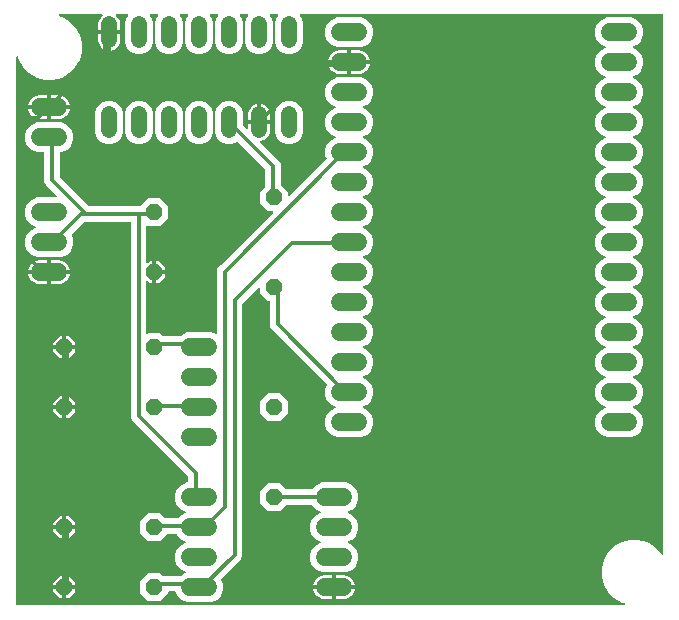
<source format=gbr>
G04 EAGLE Gerber X2 export*
G75*
%MOMM*%
%FSLAX34Y34*%
%LPD*%
%AMOC8*
5,1,8,0,0,1.08239X$1,22.5*%
G01*
%ADD10P,1.429621X8X112.500000*%
%ADD11C,1.320800*%
%ADD12C,1.524000*%
%ADD13P,1.429621X8X292.500000*%
%ADD14P,1.429621X8X22.500000*%
%ADD15C,0.304800*%

G36*
X525040Y10165D02*
X525040Y10165D01*
X525063Y10162D01*
X525160Y10184D01*
X525258Y10200D01*
X525280Y10212D01*
X525303Y10217D01*
X525388Y10269D01*
X525476Y10316D01*
X525492Y10333D01*
X525513Y10346D01*
X525577Y10422D01*
X525645Y10494D01*
X525655Y10516D01*
X525671Y10534D01*
X525707Y10627D01*
X525749Y10717D01*
X525752Y10741D01*
X525760Y10763D01*
X525765Y10863D01*
X525776Y10961D01*
X525771Y10985D01*
X525772Y11009D01*
X525745Y11105D01*
X525724Y11202D01*
X525711Y11222D01*
X525705Y11246D01*
X525648Y11328D01*
X525598Y11413D01*
X525579Y11429D01*
X525566Y11448D01*
X525486Y11508D01*
X525411Y11573D01*
X525388Y11582D01*
X525369Y11596D01*
X525213Y11657D01*
X522723Y12324D01*
X516416Y15966D01*
X511266Y21116D01*
X507624Y27423D01*
X505739Y34458D01*
X505739Y41742D01*
X507624Y48777D01*
X511266Y55084D01*
X516416Y60234D01*
X522723Y63876D01*
X529758Y65761D01*
X537042Y65761D01*
X544077Y63876D01*
X550384Y60234D01*
X555534Y55084D01*
X556619Y53205D01*
X556649Y53168D01*
X556672Y53126D01*
X556726Y53074D01*
X556775Y53015D01*
X556815Y52989D01*
X556850Y52956D01*
X556919Y52925D01*
X556983Y52884D01*
X557030Y52873D01*
X557073Y52853D01*
X557148Y52845D01*
X557222Y52827D01*
X557270Y52831D01*
X557317Y52826D01*
X557392Y52842D01*
X557467Y52849D01*
X557511Y52868D01*
X557558Y52878D01*
X557623Y52917D01*
X557692Y52947D01*
X557728Y52980D01*
X557769Y53004D01*
X557818Y53062D01*
X557874Y53113D01*
X557898Y53155D01*
X557929Y53191D01*
X557957Y53262D01*
X557994Y53328D01*
X558003Y53375D01*
X558021Y53419D01*
X558035Y53548D01*
X558039Y53569D01*
X558038Y53576D01*
X558039Y53586D01*
X558039Y509678D01*
X558036Y509698D01*
X558038Y509717D01*
X558016Y509819D01*
X558000Y509921D01*
X557990Y509938D01*
X557986Y509958D01*
X557933Y510047D01*
X557884Y510138D01*
X557870Y510152D01*
X557860Y510169D01*
X557781Y510236D01*
X557706Y510308D01*
X557688Y510316D01*
X557673Y510329D01*
X557577Y510368D01*
X557483Y510411D01*
X557463Y510413D01*
X557445Y510421D01*
X557278Y510439D01*
X251127Y510439D01*
X251057Y510428D01*
X250985Y510426D01*
X250936Y510408D01*
X250884Y510400D01*
X250821Y510366D01*
X250754Y510341D01*
X250713Y510309D01*
X250667Y510284D01*
X250618Y510232D01*
X250562Y510188D01*
X250534Y510144D01*
X250498Y510106D01*
X250468Y510041D01*
X250429Y509981D01*
X250416Y509930D01*
X250394Y509883D01*
X250386Y509812D01*
X250369Y509742D01*
X250373Y509690D01*
X250367Y509639D01*
X250382Y509568D01*
X250388Y509497D01*
X250408Y509449D01*
X250419Y509398D01*
X250456Y509337D01*
X250484Y509271D01*
X250529Y509215D01*
X250545Y509187D01*
X250563Y509172D01*
X250589Y509140D01*
X251206Y508523D01*
X252985Y504228D01*
X252985Y486372D01*
X251206Y482077D01*
X247919Y478790D01*
X243624Y477011D01*
X238976Y477011D01*
X234681Y478790D01*
X231394Y482077D01*
X229615Y486372D01*
X229615Y504228D01*
X231394Y508523D01*
X232011Y509140D01*
X232053Y509198D01*
X232102Y509250D01*
X232124Y509297D01*
X232155Y509339D01*
X232176Y509408D01*
X232206Y509473D01*
X232212Y509525D01*
X232227Y509575D01*
X232225Y509646D01*
X232233Y509717D01*
X232222Y509768D01*
X232221Y509820D01*
X232196Y509888D01*
X232181Y509958D01*
X232154Y510003D01*
X232136Y510051D01*
X232091Y510107D01*
X232055Y510169D01*
X232015Y510203D01*
X231982Y510243D01*
X231922Y510282D01*
X231868Y510329D01*
X231819Y510348D01*
X231776Y510376D01*
X231706Y510394D01*
X231639Y510421D01*
X231568Y510429D01*
X231537Y510437D01*
X231514Y510435D01*
X231473Y510439D01*
X225727Y510439D01*
X225657Y510428D01*
X225585Y510426D01*
X225536Y510408D01*
X225484Y510400D01*
X225421Y510366D01*
X225354Y510341D01*
X225313Y510309D01*
X225267Y510284D01*
X225218Y510232D01*
X225162Y510188D01*
X225134Y510144D01*
X225098Y510106D01*
X225068Y510041D01*
X225029Y509981D01*
X225016Y509930D01*
X224994Y509883D01*
X224986Y509812D01*
X224969Y509742D01*
X224973Y509690D01*
X224967Y509639D01*
X224982Y509568D01*
X224988Y509497D01*
X225008Y509449D01*
X225019Y509398D01*
X225056Y509337D01*
X225084Y509271D01*
X225129Y509215D01*
X225145Y509187D01*
X225163Y509172D01*
X225189Y509140D01*
X225806Y508523D01*
X227585Y504228D01*
X227585Y486372D01*
X225806Y482077D01*
X222519Y478790D01*
X218224Y477011D01*
X213576Y477011D01*
X209281Y478790D01*
X205994Y482077D01*
X204215Y486372D01*
X204215Y504228D01*
X205994Y508523D01*
X206611Y509140D01*
X206653Y509198D01*
X206702Y509250D01*
X206724Y509297D01*
X206755Y509339D01*
X206776Y509408D01*
X206806Y509473D01*
X206812Y509525D01*
X206827Y509575D01*
X206825Y509646D01*
X206833Y509717D01*
X206822Y509768D01*
X206821Y509820D01*
X206796Y509888D01*
X206781Y509958D01*
X206754Y510003D01*
X206736Y510051D01*
X206691Y510107D01*
X206655Y510169D01*
X206615Y510203D01*
X206582Y510243D01*
X206522Y510282D01*
X206468Y510329D01*
X206419Y510348D01*
X206376Y510376D01*
X206306Y510394D01*
X206239Y510421D01*
X206168Y510429D01*
X206137Y510437D01*
X206114Y510435D01*
X206073Y510439D01*
X200327Y510439D01*
X200257Y510428D01*
X200185Y510426D01*
X200136Y510408D01*
X200084Y510400D01*
X200021Y510366D01*
X199954Y510341D01*
X199913Y510309D01*
X199867Y510284D01*
X199818Y510232D01*
X199762Y510188D01*
X199734Y510144D01*
X199698Y510106D01*
X199668Y510041D01*
X199629Y509981D01*
X199616Y509930D01*
X199594Y509883D01*
X199586Y509812D01*
X199569Y509742D01*
X199573Y509690D01*
X199567Y509639D01*
X199582Y509568D01*
X199588Y509497D01*
X199608Y509449D01*
X199619Y509398D01*
X199656Y509337D01*
X199684Y509271D01*
X199729Y509215D01*
X199745Y509187D01*
X199763Y509172D01*
X199789Y509140D01*
X200406Y508523D01*
X202185Y504228D01*
X202185Y486372D01*
X200406Y482077D01*
X197119Y478790D01*
X192824Y477011D01*
X188176Y477011D01*
X183881Y478790D01*
X180594Y482077D01*
X178815Y486372D01*
X178815Y504228D01*
X180594Y508523D01*
X181211Y509140D01*
X181253Y509198D01*
X181302Y509250D01*
X181324Y509297D01*
X181355Y509339D01*
X181376Y509408D01*
X181406Y509473D01*
X181412Y509525D01*
X181427Y509575D01*
X181425Y509646D01*
X181433Y509717D01*
X181422Y509768D01*
X181421Y509820D01*
X181396Y509888D01*
X181381Y509958D01*
X181354Y510003D01*
X181336Y510051D01*
X181291Y510107D01*
X181255Y510169D01*
X181215Y510203D01*
X181182Y510243D01*
X181122Y510282D01*
X181068Y510329D01*
X181019Y510348D01*
X180976Y510376D01*
X180906Y510394D01*
X180839Y510421D01*
X180768Y510429D01*
X180737Y510437D01*
X180714Y510435D01*
X180673Y510439D01*
X174927Y510439D01*
X174857Y510428D01*
X174785Y510426D01*
X174736Y510408D01*
X174684Y510400D01*
X174621Y510366D01*
X174554Y510341D01*
X174513Y510309D01*
X174467Y510284D01*
X174418Y510232D01*
X174362Y510188D01*
X174334Y510144D01*
X174298Y510106D01*
X174268Y510041D01*
X174229Y509981D01*
X174216Y509930D01*
X174194Y509883D01*
X174186Y509812D01*
X174169Y509742D01*
X174173Y509690D01*
X174167Y509639D01*
X174182Y509568D01*
X174188Y509497D01*
X174208Y509449D01*
X174219Y509398D01*
X174256Y509337D01*
X174284Y509271D01*
X174329Y509215D01*
X174345Y509187D01*
X174363Y509172D01*
X174389Y509140D01*
X175006Y508523D01*
X176785Y504228D01*
X176785Y486372D01*
X175006Y482077D01*
X171719Y478790D01*
X167424Y477011D01*
X162776Y477011D01*
X158481Y478790D01*
X155194Y482077D01*
X153415Y486372D01*
X153415Y504228D01*
X155194Y508523D01*
X155811Y509140D01*
X155853Y509198D01*
X155902Y509250D01*
X155924Y509297D01*
X155955Y509339D01*
X155976Y509408D01*
X156006Y509473D01*
X156012Y509525D01*
X156027Y509575D01*
X156025Y509646D01*
X156033Y509717D01*
X156022Y509768D01*
X156021Y509820D01*
X155996Y509888D01*
X155981Y509958D01*
X155954Y510003D01*
X155936Y510051D01*
X155891Y510107D01*
X155855Y510169D01*
X155815Y510203D01*
X155782Y510243D01*
X155722Y510282D01*
X155668Y510329D01*
X155619Y510348D01*
X155576Y510376D01*
X155506Y510394D01*
X155439Y510421D01*
X155368Y510429D01*
X155337Y510437D01*
X155314Y510435D01*
X155273Y510439D01*
X149527Y510439D01*
X149457Y510428D01*
X149385Y510426D01*
X149336Y510408D01*
X149284Y510400D01*
X149221Y510366D01*
X149154Y510341D01*
X149113Y510309D01*
X149067Y510284D01*
X149018Y510232D01*
X148962Y510188D01*
X148934Y510144D01*
X148898Y510106D01*
X148868Y510041D01*
X148829Y509981D01*
X148816Y509930D01*
X148794Y509883D01*
X148786Y509812D01*
X148769Y509742D01*
X148773Y509690D01*
X148767Y509639D01*
X148782Y509568D01*
X148788Y509497D01*
X148808Y509449D01*
X148819Y509398D01*
X148856Y509337D01*
X148884Y509271D01*
X148929Y509215D01*
X148945Y509187D01*
X148963Y509172D01*
X148989Y509140D01*
X149606Y508523D01*
X151385Y504228D01*
X151385Y486372D01*
X149606Y482077D01*
X146319Y478790D01*
X142024Y477011D01*
X137376Y477011D01*
X133081Y478790D01*
X129794Y482077D01*
X128015Y486372D01*
X128015Y504228D01*
X129794Y508523D01*
X130411Y509140D01*
X130453Y509198D01*
X130502Y509250D01*
X130524Y509297D01*
X130555Y509339D01*
X130576Y509408D01*
X130606Y509473D01*
X130612Y509525D01*
X130627Y509575D01*
X130625Y509646D01*
X130633Y509717D01*
X130622Y509768D01*
X130621Y509820D01*
X130596Y509888D01*
X130581Y509958D01*
X130554Y510003D01*
X130536Y510051D01*
X130491Y510107D01*
X130455Y510169D01*
X130415Y510203D01*
X130382Y510243D01*
X130322Y510282D01*
X130268Y510329D01*
X130219Y510348D01*
X130176Y510376D01*
X130106Y510394D01*
X130039Y510421D01*
X129968Y510429D01*
X129937Y510437D01*
X129914Y510435D01*
X129873Y510439D01*
X124127Y510439D01*
X124057Y510428D01*
X123985Y510426D01*
X123936Y510408D01*
X123884Y510400D01*
X123821Y510366D01*
X123754Y510341D01*
X123713Y510309D01*
X123667Y510284D01*
X123618Y510232D01*
X123562Y510188D01*
X123534Y510144D01*
X123498Y510106D01*
X123468Y510041D01*
X123429Y509981D01*
X123416Y509930D01*
X123394Y509883D01*
X123386Y509812D01*
X123369Y509742D01*
X123373Y509690D01*
X123367Y509639D01*
X123382Y509568D01*
X123388Y509497D01*
X123408Y509449D01*
X123419Y509398D01*
X123456Y509337D01*
X123484Y509271D01*
X123529Y509215D01*
X123545Y509187D01*
X123563Y509172D01*
X123589Y509140D01*
X124206Y508523D01*
X125985Y504228D01*
X125985Y486372D01*
X124206Y482077D01*
X120919Y478790D01*
X116624Y477011D01*
X111976Y477011D01*
X107681Y478790D01*
X104394Y482077D01*
X102615Y486372D01*
X102615Y504228D01*
X104394Y508523D01*
X105011Y509140D01*
X105053Y509198D01*
X105102Y509250D01*
X105124Y509297D01*
X105155Y509339D01*
X105176Y509408D01*
X105206Y509473D01*
X105212Y509525D01*
X105227Y509575D01*
X105225Y509646D01*
X105233Y509717D01*
X105222Y509768D01*
X105221Y509820D01*
X105196Y509888D01*
X105181Y509958D01*
X105154Y510003D01*
X105136Y510051D01*
X105091Y510107D01*
X105055Y510169D01*
X105015Y510203D01*
X104982Y510243D01*
X104922Y510282D01*
X104868Y510329D01*
X104819Y510348D01*
X104776Y510376D01*
X104706Y510394D01*
X104639Y510421D01*
X104568Y510429D01*
X104537Y510437D01*
X104514Y510435D01*
X104473Y510439D01*
X95096Y510439D01*
X95073Y510436D01*
X95050Y510438D01*
X94952Y510416D01*
X94853Y510400D01*
X94833Y510389D01*
X94810Y510384D01*
X94724Y510331D01*
X94636Y510284D01*
X94620Y510268D01*
X94600Y510256D01*
X94535Y510179D01*
X94466Y510106D01*
X94456Y510085D01*
X94442Y510067D01*
X94405Y509974D01*
X94363Y509883D01*
X94360Y509860D01*
X94352Y509839D01*
X94346Y509738D01*
X94335Y509639D01*
X94340Y509616D01*
X94339Y509593D01*
X94366Y509497D01*
X94388Y509398D01*
X94400Y509378D01*
X94406Y509356D01*
X94462Y509273D01*
X94514Y509187D01*
X94531Y509172D01*
X94544Y509153D01*
X94673Y509045D01*
X94729Y509007D01*
X96003Y507734D01*
X97004Y506236D01*
X97693Y504571D01*
X98045Y502805D01*
X98045Y496823D01*
X89662Y496823D01*
X89642Y496820D01*
X89623Y496822D01*
X89521Y496800D01*
X89419Y496783D01*
X89402Y496774D01*
X89382Y496770D01*
X89293Y496717D01*
X89202Y496668D01*
X89188Y496654D01*
X89171Y496644D01*
X89104Y496565D01*
X89033Y496490D01*
X89024Y496472D01*
X89011Y496457D01*
X88973Y496361D01*
X88929Y496267D01*
X88927Y496247D01*
X88919Y496229D01*
X88901Y496062D01*
X88901Y495299D01*
X88899Y495299D01*
X88899Y496062D01*
X88896Y496082D01*
X88898Y496101D01*
X88876Y496203D01*
X88859Y496305D01*
X88850Y496322D01*
X88846Y496342D01*
X88793Y496431D01*
X88744Y496522D01*
X88730Y496536D01*
X88720Y496553D01*
X88641Y496620D01*
X88566Y496691D01*
X88548Y496700D01*
X88533Y496713D01*
X88437Y496752D01*
X88343Y496795D01*
X88323Y496797D01*
X88305Y496805D01*
X88138Y496823D01*
X79755Y496823D01*
X79755Y502805D01*
X80107Y504571D01*
X80796Y506236D01*
X81797Y507734D01*
X83071Y509007D01*
X83127Y509045D01*
X83144Y509061D01*
X83164Y509072D01*
X83233Y509144D01*
X83307Y509213D01*
X83318Y509233D01*
X83334Y509250D01*
X83376Y509341D01*
X83424Y509429D01*
X83428Y509452D01*
X83437Y509473D01*
X83449Y509573D01*
X83466Y509672D01*
X83462Y509695D01*
X83465Y509717D01*
X83443Y509816D01*
X83428Y509915D01*
X83417Y509935D01*
X83412Y509958D01*
X83361Y510044D01*
X83315Y510133D01*
X83298Y510149D01*
X83286Y510169D01*
X83210Y510234D01*
X83138Y510304D01*
X83117Y510314D01*
X83099Y510329D01*
X83006Y510366D01*
X82915Y510409D01*
X82893Y510412D01*
X82871Y510421D01*
X82704Y510439D01*
X46857Y510439D01*
X46834Y510435D01*
X46810Y510438D01*
X46713Y510416D01*
X46615Y510400D01*
X46593Y510388D01*
X46570Y510383D01*
X46485Y510331D01*
X46397Y510284D01*
X46381Y510267D01*
X46360Y510254D01*
X46296Y510178D01*
X46228Y510106D01*
X46218Y510084D01*
X46202Y510066D01*
X46166Y509973D01*
X46124Y509883D01*
X46122Y509859D01*
X46113Y509837D01*
X46108Y509737D01*
X46097Y509639D01*
X46102Y509615D01*
X46101Y509591D01*
X46128Y509495D01*
X46150Y509398D01*
X46162Y509378D01*
X46168Y509354D01*
X46225Y509272D01*
X46276Y509187D01*
X46294Y509171D01*
X46308Y509152D01*
X46387Y509092D01*
X46463Y509027D01*
X46485Y509018D01*
X46504Y509004D01*
X46660Y508943D01*
X48777Y508376D01*
X55084Y504734D01*
X60234Y499584D01*
X63876Y493277D01*
X65761Y486242D01*
X65761Y478958D01*
X63876Y471923D01*
X60234Y465616D01*
X55084Y460466D01*
X48777Y456824D01*
X41742Y454939D01*
X34458Y454939D01*
X27423Y456824D01*
X21116Y460466D01*
X15966Y465616D01*
X12324Y471923D01*
X11657Y474413D01*
X11647Y474435D01*
X11643Y474458D01*
X11597Y474546D01*
X11556Y474637D01*
X11540Y474655D01*
X11528Y474676D01*
X11456Y474744D01*
X11389Y474817D01*
X11368Y474829D01*
X11350Y474845D01*
X11260Y474887D01*
X11173Y474935D01*
X11149Y474939D01*
X11127Y474949D01*
X11028Y474960D01*
X10930Y474977D01*
X10906Y474973D01*
X10883Y474976D01*
X10786Y474955D01*
X10687Y474940D01*
X10666Y474929D01*
X10642Y474924D01*
X10557Y474873D01*
X10468Y474827D01*
X10452Y474810D01*
X10431Y474798D01*
X10366Y474722D01*
X10297Y474651D01*
X10287Y474629D01*
X10271Y474611D01*
X10234Y474518D01*
X10191Y474429D01*
X10188Y474405D01*
X10179Y474382D01*
X10161Y474216D01*
X10161Y10922D01*
X10164Y10902D01*
X10162Y10883D01*
X10184Y10781D01*
X10200Y10679D01*
X10210Y10662D01*
X10214Y10642D01*
X10267Y10553D01*
X10316Y10462D01*
X10330Y10448D01*
X10340Y10431D01*
X10419Y10364D01*
X10494Y10292D01*
X10512Y10284D01*
X10527Y10271D01*
X10623Y10232D01*
X10717Y10189D01*
X10737Y10187D01*
X10755Y10179D01*
X10922Y10161D01*
X525016Y10161D01*
X525040Y10165D01*
G37*
%LPC*%
G36*
X154954Y12699D02*
X154954Y12699D01*
X150286Y14633D01*
X146713Y18206D01*
X145401Y21373D01*
X145339Y21473D01*
X145279Y21573D01*
X145274Y21577D01*
X145271Y21582D01*
X145181Y21657D01*
X145092Y21733D01*
X145086Y21735D01*
X145082Y21739D01*
X144974Y21781D01*
X144864Y21825D01*
X144857Y21826D01*
X144852Y21827D01*
X144834Y21828D01*
X144697Y21843D01*
X139446Y21843D01*
X139426Y21840D01*
X139407Y21842D01*
X139305Y21820D01*
X139203Y21804D01*
X139186Y21794D01*
X139166Y21790D01*
X139077Y21737D01*
X138986Y21688D01*
X138972Y21674D01*
X138955Y21664D01*
X138888Y21585D01*
X138816Y21510D01*
X138808Y21492D01*
X138795Y21477D01*
X138756Y21381D01*
X138713Y21287D01*
X138711Y21267D01*
X138703Y21249D01*
X138685Y21082D01*
X138685Y20560D01*
X131840Y13715D01*
X122160Y13715D01*
X115315Y20560D01*
X115315Y30240D01*
X122160Y37085D01*
X131840Y37085D01*
X133649Y35276D01*
X133723Y35223D01*
X133792Y35163D01*
X133822Y35151D01*
X133849Y35132D01*
X133936Y35105D01*
X134021Y35071D01*
X134061Y35067D01*
X134084Y35060D01*
X134116Y35061D01*
X134187Y35053D01*
X148856Y35053D01*
X148946Y35067D01*
X149037Y35075D01*
X149067Y35087D01*
X149099Y35092D01*
X149179Y35135D01*
X149263Y35171D01*
X149295Y35197D01*
X149316Y35208D01*
X149338Y35231D01*
X149394Y35276D01*
X150286Y36167D01*
X153254Y37397D01*
X153315Y37434D01*
X153380Y37464D01*
X153419Y37499D01*
X153463Y37526D01*
X153509Y37581D01*
X153562Y37630D01*
X153587Y37676D01*
X153620Y37716D01*
X153646Y37783D01*
X153680Y37846D01*
X153689Y37897D01*
X153708Y37945D01*
X153711Y38017D01*
X153724Y38088D01*
X153716Y38139D01*
X153718Y38191D01*
X153698Y38260D01*
X153688Y38331D01*
X153664Y38377D01*
X153650Y38427D01*
X153609Y38486D01*
X153577Y38550D01*
X153539Y38587D01*
X153510Y38629D01*
X153452Y38672D01*
X153401Y38722D01*
X153338Y38757D01*
X153312Y38776D01*
X153290Y38783D01*
X153254Y38803D01*
X150286Y40033D01*
X146713Y43606D01*
X144779Y48274D01*
X144779Y53326D01*
X146713Y57994D01*
X150286Y61567D01*
X153254Y62797D01*
X153315Y62834D01*
X153380Y62864D01*
X153419Y62899D01*
X153463Y62926D01*
X153509Y62981D01*
X153562Y63030D01*
X153587Y63076D01*
X153620Y63116D01*
X153646Y63183D01*
X153680Y63246D01*
X153689Y63297D01*
X153708Y63345D01*
X153711Y63417D01*
X153724Y63488D01*
X153716Y63539D01*
X153718Y63591D01*
X153698Y63660D01*
X153688Y63731D01*
X153664Y63777D01*
X153650Y63827D01*
X153609Y63886D01*
X153577Y63950D01*
X153539Y63987D01*
X153510Y64029D01*
X153452Y64072D01*
X153401Y64122D01*
X153338Y64157D01*
X153312Y64176D01*
X153290Y64183D01*
X153254Y64203D01*
X150286Y65433D01*
X146713Y69006D01*
X146242Y70141D01*
X146181Y70241D01*
X146121Y70341D01*
X146116Y70345D01*
X146113Y70350D01*
X146023Y70425D01*
X145934Y70501D01*
X145928Y70503D01*
X145923Y70507D01*
X145815Y70549D01*
X145706Y70593D01*
X145698Y70594D01*
X145694Y70595D01*
X145675Y70596D01*
X145539Y70611D01*
X138251Y70611D01*
X138161Y70597D01*
X138070Y70589D01*
X138040Y70577D01*
X138009Y70572D01*
X137928Y70529D01*
X137844Y70493D01*
X137812Y70467D01*
X137791Y70456D01*
X137769Y70433D01*
X137713Y70388D01*
X131840Y64515D01*
X122160Y64515D01*
X115315Y71360D01*
X115315Y81040D01*
X122160Y87885D01*
X131840Y87885D01*
X135681Y84044D01*
X135755Y83991D01*
X135824Y83931D01*
X135854Y83919D01*
X135881Y83900D01*
X135968Y83873D01*
X136053Y83839D01*
X136093Y83835D01*
X136116Y83828D01*
X136148Y83829D01*
X136219Y83821D01*
X146824Y83821D01*
X146914Y83835D01*
X147005Y83843D01*
X147035Y83855D01*
X147067Y83860D01*
X147147Y83903D01*
X147231Y83939D01*
X147263Y83965D01*
X147284Y83976D01*
X147306Y83999D01*
X147362Y84044D01*
X150286Y86967D01*
X153254Y88197D01*
X153315Y88235D01*
X153380Y88264D01*
X153419Y88299D01*
X153463Y88326D01*
X153509Y88382D01*
X153562Y88430D01*
X153587Y88476D01*
X153620Y88516D01*
X153646Y88583D01*
X153680Y88646D01*
X153689Y88697D01*
X153708Y88745D01*
X153711Y88817D01*
X153724Y88888D01*
X153716Y88939D01*
X153718Y88991D01*
X153698Y89060D01*
X153688Y89131D01*
X153664Y89177D01*
X153650Y89227D01*
X153609Y89286D01*
X153577Y89350D01*
X153539Y89387D01*
X153510Y89429D01*
X153452Y89472D01*
X153401Y89522D01*
X153338Y89557D01*
X153312Y89576D01*
X153290Y89583D01*
X153254Y89603D01*
X150286Y90833D01*
X146713Y94406D01*
X144779Y99074D01*
X144779Y104126D01*
X146713Y108794D01*
X150286Y112367D01*
X154954Y114301D01*
X155194Y114301D01*
X155214Y114304D01*
X155233Y114302D01*
X155335Y114324D01*
X155437Y114340D01*
X155454Y114350D01*
X155474Y114354D01*
X155563Y114407D01*
X155654Y114456D01*
X155668Y114470D01*
X155685Y114480D01*
X155752Y114559D01*
X155824Y114634D01*
X155832Y114652D01*
X155845Y114667D01*
X155884Y114763D01*
X155927Y114857D01*
X155929Y114877D01*
X155937Y114895D01*
X155955Y115062D01*
X155955Y118869D01*
X155941Y118959D01*
X155933Y119050D01*
X155921Y119080D01*
X155916Y119112D01*
X155873Y119192D01*
X155837Y119276D01*
X155811Y119308D01*
X155800Y119329D01*
X155777Y119351D01*
X155732Y119407D01*
X108193Y166947D01*
X107187Y169374D01*
X107187Y334010D01*
X107184Y334030D01*
X107186Y334049D01*
X107164Y334151D01*
X107148Y334253D01*
X107138Y334270D01*
X107134Y334290D01*
X107081Y334379D01*
X107032Y334470D01*
X107018Y334484D01*
X107008Y334501D01*
X106929Y334568D01*
X106854Y334640D01*
X106836Y334648D01*
X106821Y334661D01*
X106725Y334700D01*
X106631Y334743D01*
X106611Y334745D01*
X106593Y334753D01*
X106426Y334771D01*
X68075Y334771D01*
X67985Y334757D01*
X67894Y334749D01*
X67864Y334737D01*
X67832Y334732D01*
X67752Y334689D01*
X67668Y334653D01*
X67636Y334627D01*
X67615Y334616D01*
X67593Y334593D01*
X67537Y334548D01*
X57197Y324209D01*
X57129Y324114D01*
X57059Y324020D01*
X57057Y324014D01*
X57054Y324009D01*
X57019Y323898D01*
X56983Y323786D01*
X56983Y323780D01*
X56981Y323774D01*
X56984Y323657D01*
X56985Y323540D01*
X56987Y323533D01*
X56988Y323528D01*
X56994Y323510D01*
X57032Y323379D01*
X58421Y320026D01*
X58421Y314974D01*
X56487Y310306D01*
X52914Y306733D01*
X48246Y304799D01*
X27954Y304799D01*
X23286Y306733D01*
X19713Y310306D01*
X17779Y314974D01*
X17779Y320026D01*
X19713Y324694D01*
X23286Y328267D01*
X26254Y329497D01*
X26315Y329534D01*
X26380Y329564D01*
X26419Y329599D01*
X26463Y329626D01*
X26509Y329681D01*
X26562Y329730D01*
X26587Y329776D01*
X26620Y329816D01*
X26646Y329883D01*
X26680Y329946D01*
X26689Y329997D01*
X26708Y330045D01*
X26711Y330117D01*
X26724Y330188D01*
X26716Y330239D01*
X26718Y330291D01*
X26698Y330360D01*
X26688Y330431D01*
X26664Y330477D01*
X26650Y330527D01*
X26609Y330586D01*
X26577Y330650D01*
X26539Y330687D01*
X26510Y330729D01*
X26452Y330772D01*
X26401Y330822D01*
X26338Y330857D01*
X26312Y330876D01*
X26290Y330883D01*
X26254Y330903D01*
X23286Y332133D01*
X19713Y335706D01*
X17779Y340374D01*
X17779Y345426D01*
X19713Y350094D01*
X23286Y353667D01*
X27954Y355601D01*
X43685Y355601D01*
X43756Y355612D01*
X43827Y355614D01*
X43876Y355632D01*
X43928Y355640D01*
X43991Y355674D01*
X44058Y355699D01*
X44099Y355731D01*
X44145Y355756D01*
X44194Y355808D01*
X44250Y355852D01*
X44279Y355896D01*
X44314Y355934D01*
X44345Y355999D01*
X44383Y356059D01*
X44396Y356110D01*
X44418Y356157D01*
X44426Y356228D01*
X44443Y356298D01*
X44439Y356350D01*
X44445Y356401D01*
X44430Y356472D01*
X44424Y356543D01*
X44404Y356591D01*
X44393Y356642D01*
X44356Y356703D01*
X44328Y356769D01*
X44283Y356825D01*
X44267Y356853D01*
X44249Y356868D01*
X44223Y356900D01*
X35041Y366083D01*
X34035Y368510D01*
X34035Y392938D01*
X34032Y392958D01*
X34034Y392977D01*
X34012Y393079D01*
X33996Y393181D01*
X33986Y393198D01*
X33982Y393218D01*
X33929Y393307D01*
X33880Y393398D01*
X33866Y393412D01*
X33856Y393429D01*
X33777Y393496D01*
X33702Y393568D01*
X33684Y393576D01*
X33669Y393589D01*
X33573Y393628D01*
X33479Y393671D01*
X33459Y393673D01*
X33441Y393681D01*
X33274Y393699D01*
X27954Y393699D01*
X23286Y395633D01*
X19713Y399206D01*
X17779Y403874D01*
X17779Y408926D01*
X19713Y413594D01*
X23286Y417167D01*
X27954Y419101D01*
X48246Y419101D01*
X52914Y417167D01*
X56487Y413594D01*
X58421Y408926D01*
X58421Y403874D01*
X56487Y399206D01*
X52914Y395633D01*
X48246Y393699D01*
X48006Y393699D01*
X47986Y393696D01*
X47967Y393698D01*
X47865Y393676D01*
X47763Y393660D01*
X47746Y393650D01*
X47726Y393646D01*
X47637Y393593D01*
X47546Y393544D01*
X47532Y393530D01*
X47515Y393520D01*
X47448Y393441D01*
X47376Y393366D01*
X47368Y393348D01*
X47355Y393333D01*
X47316Y393237D01*
X47273Y393143D01*
X47271Y393123D01*
X47263Y393105D01*
X47245Y392938D01*
X47245Y372875D01*
X47259Y372785D01*
X47267Y372694D01*
X47279Y372664D01*
X47284Y372632D01*
X47327Y372552D01*
X47363Y372468D01*
X47389Y372436D01*
X47400Y372415D01*
X47423Y372393D01*
X47468Y372337D01*
X71601Y348204D01*
X71675Y348151D01*
X71744Y348091D01*
X71774Y348079D01*
X71801Y348060D01*
X71888Y348033D01*
X71972Y347999D01*
X72013Y347995D01*
X72036Y347988D01*
X72068Y347989D01*
X72139Y347981D01*
X115241Y347981D01*
X115331Y347995D01*
X115422Y348003D01*
X115452Y348015D01*
X115483Y348020D01*
X115564Y348063D01*
X115648Y348099D01*
X115680Y348125D01*
X115701Y348136D01*
X115723Y348159D01*
X115779Y348204D01*
X122160Y354585D01*
X131840Y354585D01*
X138685Y347740D01*
X138685Y338060D01*
X131840Y331215D01*
X122160Y331215D01*
X121696Y331679D01*
X121638Y331721D01*
X121586Y331770D01*
X121539Y331792D01*
X121497Y331823D01*
X121428Y331844D01*
X121363Y331874D01*
X121311Y331880D01*
X121261Y331895D01*
X121190Y331893D01*
X121119Y331901D01*
X121068Y331890D01*
X121016Y331889D01*
X120948Y331864D01*
X120878Y331849D01*
X120833Y331822D01*
X120785Y331804D01*
X120729Y331759D01*
X120667Y331723D01*
X120633Y331683D01*
X120593Y331650D01*
X120554Y331590D01*
X120507Y331536D01*
X120488Y331487D01*
X120460Y331444D01*
X120442Y331374D01*
X120415Y331307D01*
X120407Y331236D01*
X120399Y331205D01*
X120401Y331182D01*
X120397Y331141D01*
X120397Y300267D01*
X120408Y300196D01*
X120410Y300125D01*
X120428Y300076D01*
X120436Y300024D01*
X120470Y299961D01*
X120495Y299894D01*
X120527Y299853D01*
X120552Y299807D01*
X120604Y299758D01*
X120648Y299702D01*
X120692Y299673D01*
X120730Y299638D01*
X120795Y299607D01*
X120855Y299569D01*
X120906Y299556D01*
X120953Y299534D01*
X121024Y299526D01*
X121094Y299509D01*
X121146Y299513D01*
X121197Y299507D01*
X121268Y299522D01*
X121339Y299528D01*
X121387Y299548D01*
X121438Y299559D01*
X121499Y299596D01*
X121565Y299624D01*
X121621Y299669D01*
X121649Y299685D01*
X121664Y299703D01*
X121696Y299729D01*
X123212Y301245D01*
X125477Y301245D01*
X125477Y292862D01*
X125480Y292842D01*
X125478Y292823D01*
X125500Y292721D01*
X125517Y292619D01*
X125526Y292602D01*
X125530Y292582D01*
X125583Y292493D01*
X125632Y292402D01*
X125646Y292388D01*
X125656Y292371D01*
X125735Y292304D01*
X125810Y292233D01*
X125828Y292224D01*
X125843Y292211D01*
X125939Y292173D01*
X126033Y292129D01*
X126053Y292127D01*
X126071Y292119D01*
X126238Y292101D01*
X127001Y292101D01*
X127001Y292099D01*
X126238Y292099D01*
X126218Y292096D01*
X126199Y292098D01*
X126097Y292076D01*
X125995Y292059D01*
X125978Y292050D01*
X125958Y292046D01*
X125869Y291993D01*
X125778Y291944D01*
X125764Y291930D01*
X125747Y291920D01*
X125680Y291841D01*
X125609Y291766D01*
X125600Y291748D01*
X125587Y291733D01*
X125548Y291637D01*
X125505Y291543D01*
X125503Y291523D01*
X125495Y291505D01*
X125477Y291338D01*
X125477Y282955D01*
X123212Y282955D01*
X121696Y284471D01*
X121638Y284513D01*
X121586Y284562D01*
X121539Y284584D01*
X121497Y284615D01*
X121428Y284636D01*
X121363Y284666D01*
X121311Y284672D01*
X121261Y284687D01*
X121190Y284685D01*
X121119Y284693D01*
X121068Y284682D01*
X121016Y284681D01*
X120948Y284656D01*
X120878Y284641D01*
X120833Y284614D01*
X120785Y284596D01*
X120729Y284551D01*
X120667Y284515D01*
X120633Y284475D01*
X120593Y284443D01*
X120554Y284382D01*
X120507Y284328D01*
X120488Y284279D01*
X120460Y284236D01*
X120442Y284166D01*
X120415Y284100D01*
X120407Y284028D01*
X120399Y283997D01*
X120401Y283974D01*
X120397Y283933D01*
X120397Y240359D01*
X120408Y240289D01*
X120410Y240217D01*
X120428Y240168D01*
X120436Y240116D01*
X120470Y240053D01*
X120495Y239986D01*
X120527Y239945D01*
X120552Y239899D01*
X120604Y239850D01*
X120648Y239794D01*
X120692Y239766D01*
X120730Y239730D01*
X120795Y239700D01*
X120855Y239661D01*
X120906Y239648D01*
X120953Y239626D01*
X121024Y239618D01*
X121094Y239601D01*
X121146Y239605D01*
X121197Y239599D01*
X121268Y239614D01*
X121339Y239620D01*
X121387Y239640D01*
X121438Y239651D01*
X121499Y239688D01*
X121565Y239716D01*
X121621Y239761D01*
X121649Y239777D01*
X121664Y239795D01*
X121696Y239821D01*
X122160Y240285D01*
X131840Y240285D01*
X133649Y238476D01*
X133723Y238423D01*
X133792Y238363D01*
X133823Y238351D01*
X133849Y238332D01*
X133936Y238305D01*
X134021Y238271D01*
X134062Y238267D01*
X134084Y238260D01*
X134116Y238261D01*
X134187Y238253D01*
X148856Y238253D01*
X148946Y238267D01*
X149037Y238275D01*
X149067Y238287D01*
X149099Y238292D01*
X149179Y238335D01*
X149263Y238371D01*
X149295Y238397D01*
X149316Y238408D01*
X149338Y238431D01*
X149394Y238476D01*
X150286Y239367D01*
X154954Y241301D01*
X175246Y241301D01*
X179287Y239627D01*
X179331Y239617D01*
X179373Y239597D01*
X179450Y239589D01*
X179526Y239571D01*
X179572Y239575D01*
X179617Y239570D01*
X179694Y239587D01*
X179771Y239594D01*
X179813Y239613D01*
X179858Y239622D01*
X179925Y239662D01*
X179996Y239694D01*
X180030Y239725D01*
X180069Y239749D01*
X180120Y239808D01*
X180177Y239860D01*
X180199Y239901D01*
X180229Y239936D01*
X180258Y240008D01*
X180295Y240076D01*
X180304Y240121D01*
X180321Y240164D01*
X180336Y240300D01*
X180339Y240318D01*
X180338Y240323D01*
X180339Y240330D01*
X180339Y293922D01*
X181345Y296349D01*
X183310Y298314D01*
X227611Y342616D01*
X227653Y342674D01*
X227702Y342726D01*
X227724Y342773D01*
X227755Y342815D01*
X227776Y342884D01*
X227806Y342949D01*
X227812Y343001D01*
X227827Y343051D01*
X227825Y343122D01*
X227833Y343193D01*
X227822Y343244D01*
X227821Y343296D01*
X227796Y343364D01*
X227781Y343434D01*
X227754Y343479D01*
X227736Y343527D01*
X227691Y343583D01*
X227655Y343645D01*
X227615Y343679D01*
X227583Y343719D01*
X227522Y343758D01*
X227468Y343805D01*
X227419Y343824D01*
X227376Y343852D01*
X227306Y343870D01*
X227240Y343897D01*
X227168Y343905D01*
X227137Y343913D01*
X227114Y343911D01*
X227073Y343915D01*
X223760Y343915D01*
X216915Y350760D01*
X216915Y360440D01*
X220756Y364281D01*
X220809Y364355D01*
X220869Y364424D01*
X220881Y364455D01*
X220900Y364481D01*
X220927Y364568D01*
X220961Y364653D01*
X220965Y364694D01*
X220972Y364716D01*
X220971Y364748D01*
X220979Y364819D01*
X220979Y378965D01*
X220965Y379055D01*
X220957Y379146D01*
X220945Y379176D01*
X220940Y379208D01*
X220897Y379288D01*
X220861Y379372D01*
X220835Y379404D01*
X220824Y379425D01*
X220801Y379447D01*
X220756Y379503D01*
X197868Y402392D01*
X197774Y402459D01*
X197679Y402530D01*
X197673Y402532D01*
X197668Y402535D01*
X197557Y402569D01*
X197445Y402606D01*
X197439Y402606D01*
X197433Y402608D01*
X197316Y402605D01*
X197199Y402603D01*
X197192Y402601D01*
X197187Y402601D01*
X197170Y402595D01*
X197038Y402557D01*
X192824Y400811D01*
X188176Y400811D01*
X183881Y402590D01*
X180594Y405877D01*
X178815Y410172D01*
X178815Y428028D01*
X180594Y432323D01*
X183881Y435610D01*
X188176Y437389D01*
X192824Y437389D01*
X197119Y435610D01*
X200406Y432323D01*
X202185Y428028D01*
X202185Y417071D01*
X202199Y416981D01*
X202207Y416890D01*
X202219Y416860D01*
X202224Y416828D01*
X202267Y416748D01*
X202303Y416664D01*
X202329Y416632D01*
X202340Y416611D01*
X202363Y416589D01*
X202408Y416533D01*
X205456Y413485D01*
X205514Y413443D01*
X205566Y413394D01*
X205613Y413372D01*
X205655Y413341D01*
X205724Y413320D01*
X205789Y413290D01*
X205841Y413284D01*
X205891Y413269D01*
X205962Y413271D01*
X206033Y413263D01*
X206084Y413274D01*
X206136Y413275D01*
X206204Y413300D01*
X206274Y413315D01*
X206318Y413342D01*
X206367Y413360D01*
X206423Y413405D01*
X206485Y413441D01*
X206519Y413481D01*
X206559Y413513D01*
X206598Y413574D01*
X206645Y413628D01*
X206664Y413677D01*
X206692Y413720D01*
X206710Y413790D01*
X206737Y413856D01*
X206745Y413928D01*
X206753Y413959D01*
X206751Y413982D01*
X206755Y414023D01*
X206755Y417577D01*
X215138Y417577D01*
X215158Y417580D01*
X215177Y417578D01*
X215279Y417600D01*
X215381Y417617D01*
X215398Y417626D01*
X215418Y417630D01*
X215507Y417683D01*
X215598Y417732D01*
X215612Y417746D01*
X215629Y417756D01*
X215696Y417835D01*
X215767Y417910D01*
X215776Y417928D01*
X215789Y417943D01*
X215827Y418039D01*
X215871Y418133D01*
X215873Y418153D01*
X215881Y418171D01*
X215899Y418338D01*
X215899Y419101D01*
X215901Y419101D01*
X215901Y418338D01*
X215904Y418318D01*
X215902Y418299D01*
X215924Y418197D01*
X215941Y418095D01*
X215950Y418078D01*
X215954Y418058D01*
X216007Y417969D01*
X216056Y417878D01*
X216070Y417864D01*
X216080Y417847D01*
X216159Y417780D01*
X216234Y417709D01*
X216252Y417700D01*
X216267Y417687D01*
X216363Y417648D01*
X216457Y417605D01*
X216477Y417603D01*
X216495Y417595D01*
X216662Y417577D01*
X225045Y417577D01*
X225045Y411595D01*
X224693Y409829D01*
X224004Y408164D01*
X223003Y406666D01*
X221730Y405393D01*
X220232Y404392D01*
X218567Y403703D01*
X217187Y403428D01*
X217077Y403387D01*
X216962Y403345D01*
X216960Y403343D01*
X216957Y403342D01*
X216866Y403268D01*
X216770Y403191D01*
X216768Y403189D01*
X216766Y403187D01*
X216703Y403086D01*
X216637Y402984D01*
X216636Y402981D01*
X216635Y402979D01*
X216606Y402863D01*
X216577Y402746D01*
X216577Y402743D01*
X216577Y402740D01*
X216587Y402620D01*
X216596Y402501D01*
X216597Y402498D01*
X216598Y402495D01*
X216646Y402383D01*
X216692Y402274D01*
X216695Y402271D01*
X216696Y402269D01*
X216704Y402260D01*
X216797Y402143D01*
X233183Y385757D01*
X234189Y383330D01*
X234189Y366851D01*
X234203Y366761D01*
X234211Y366670D01*
X234223Y366641D01*
X234228Y366609D01*
X234271Y366528D01*
X234307Y366444D01*
X234333Y366412D01*
X234344Y366391D01*
X234367Y366369D01*
X234412Y366313D01*
X240285Y360440D01*
X240285Y357127D01*
X240296Y357056D01*
X240298Y356985D01*
X240316Y356936D01*
X240324Y356884D01*
X240358Y356821D01*
X240383Y356754D01*
X240415Y356713D01*
X240440Y356667D01*
X240492Y356618D01*
X240536Y356562D01*
X240580Y356533D01*
X240618Y356498D01*
X240683Y356467D01*
X240743Y356429D01*
X240794Y356416D01*
X240841Y356394D01*
X240912Y356386D01*
X240982Y356369D01*
X241034Y356373D01*
X241085Y356367D01*
X241156Y356382D01*
X241227Y356388D01*
X241275Y356408D01*
X241326Y356419D01*
X241387Y356456D01*
X241453Y356484D01*
X241509Y356529D01*
X241537Y356545D01*
X241552Y356563D01*
X241584Y356589D01*
X272705Y387710D01*
X272773Y387804D01*
X272843Y387899D01*
X272845Y387905D01*
X272849Y387910D01*
X272883Y388020D01*
X272919Y388132D01*
X272919Y388139D01*
X272921Y388145D01*
X272918Y388261D01*
X272917Y388378D01*
X272915Y388386D01*
X272915Y388391D01*
X272908Y388408D01*
X272870Y388539D01*
X271779Y391174D01*
X271779Y396226D01*
X273713Y400894D01*
X277286Y404467D01*
X280254Y405697D01*
X280315Y405735D01*
X280380Y405764D01*
X280419Y405799D01*
X280463Y405826D01*
X280509Y405882D01*
X280562Y405930D01*
X280587Y405976D01*
X280620Y406016D01*
X280646Y406083D01*
X280680Y406146D01*
X280689Y406197D01*
X280708Y406245D01*
X280711Y406317D01*
X280724Y406388D01*
X280716Y406439D01*
X280718Y406491D01*
X280699Y406560D01*
X280688Y406631D01*
X280664Y406677D01*
X280650Y406727D01*
X280609Y406786D01*
X280577Y406850D01*
X280539Y406887D01*
X280510Y406929D01*
X280452Y406972D01*
X280401Y407022D01*
X280338Y407057D01*
X280312Y407076D01*
X280290Y407083D01*
X280254Y407103D01*
X277286Y408333D01*
X273713Y411906D01*
X271779Y416574D01*
X271779Y421626D01*
X273713Y426294D01*
X277286Y429867D01*
X280254Y431097D01*
X280315Y431135D01*
X280380Y431164D01*
X280419Y431199D01*
X280463Y431226D01*
X280509Y431282D01*
X280562Y431330D01*
X280587Y431376D01*
X280620Y431416D01*
X280646Y431483D01*
X280680Y431546D01*
X280689Y431597D01*
X280708Y431645D01*
X280711Y431717D01*
X280724Y431788D01*
X280716Y431839D01*
X280718Y431891D01*
X280699Y431960D01*
X280688Y432031D01*
X280664Y432077D01*
X280650Y432127D01*
X280609Y432186D01*
X280577Y432250D01*
X280539Y432287D01*
X280510Y432329D01*
X280452Y432372D01*
X280401Y432422D01*
X280338Y432457D01*
X280312Y432476D01*
X280290Y432483D01*
X280254Y432503D01*
X277286Y433733D01*
X273713Y437306D01*
X271779Y441974D01*
X271779Y447026D01*
X273713Y451694D01*
X277286Y455267D01*
X281954Y457201D01*
X302246Y457201D01*
X306914Y455267D01*
X310487Y451694D01*
X312421Y447026D01*
X312421Y441974D01*
X310487Y437306D01*
X306914Y433733D01*
X303946Y432503D01*
X303885Y432465D01*
X303820Y432436D01*
X303781Y432401D01*
X303737Y432374D01*
X303691Y432318D01*
X303638Y432270D01*
X303613Y432224D01*
X303580Y432184D01*
X303554Y432117D01*
X303520Y432054D01*
X303511Y432003D01*
X303492Y431955D01*
X303489Y431883D01*
X303476Y431812D01*
X303484Y431761D01*
X303482Y431709D01*
X303501Y431640D01*
X303512Y431569D01*
X303536Y431523D01*
X303550Y431473D01*
X303591Y431414D01*
X303623Y431350D01*
X303661Y431313D01*
X303690Y431271D01*
X303748Y431228D01*
X303799Y431178D01*
X303862Y431143D01*
X303888Y431124D01*
X303910Y431117D01*
X303946Y431097D01*
X306914Y429867D01*
X310487Y426294D01*
X312421Y421626D01*
X312421Y416574D01*
X310487Y411906D01*
X306914Y408333D01*
X303946Y407103D01*
X303885Y407065D01*
X303820Y407036D01*
X303781Y407001D01*
X303737Y406974D01*
X303691Y406918D01*
X303638Y406870D01*
X303613Y406824D01*
X303580Y406784D01*
X303554Y406717D01*
X303520Y406654D01*
X303511Y406603D01*
X303492Y406555D01*
X303489Y406483D01*
X303476Y406412D01*
X303484Y406361D01*
X303482Y406309D01*
X303501Y406240D01*
X303512Y406169D01*
X303536Y406123D01*
X303550Y406073D01*
X303591Y406014D01*
X303623Y405950D01*
X303661Y405913D01*
X303690Y405871D01*
X303748Y405828D01*
X303799Y405778D01*
X303862Y405743D01*
X303888Y405724D01*
X303910Y405717D01*
X303946Y405697D01*
X306914Y404467D01*
X310487Y400894D01*
X312421Y396226D01*
X312421Y391174D01*
X310487Y386506D01*
X306914Y382933D01*
X303946Y381703D01*
X303885Y381665D01*
X303820Y381636D01*
X303781Y381601D01*
X303737Y381574D01*
X303691Y381518D01*
X303638Y381470D01*
X303613Y381424D01*
X303580Y381384D01*
X303554Y381317D01*
X303520Y381254D01*
X303511Y381203D01*
X303492Y381155D01*
X303489Y381083D01*
X303476Y381012D01*
X303484Y380961D01*
X303482Y380909D01*
X303501Y380840D01*
X303512Y380769D01*
X303536Y380723D01*
X303550Y380673D01*
X303591Y380614D01*
X303623Y380550D01*
X303661Y380513D01*
X303690Y380471D01*
X303748Y380428D01*
X303799Y380378D01*
X303862Y380343D01*
X303888Y380324D01*
X303910Y380317D01*
X303946Y380297D01*
X306914Y379067D01*
X310487Y375494D01*
X312421Y370826D01*
X312421Y365774D01*
X310487Y361106D01*
X306914Y357533D01*
X303946Y356303D01*
X303885Y356265D01*
X303820Y356236D01*
X303781Y356201D01*
X303737Y356174D01*
X303691Y356118D01*
X303638Y356070D01*
X303613Y356024D01*
X303580Y355984D01*
X303554Y355917D01*
X303520Y355854D01*
X303511Y355803D01*
X303492Y355755D01*
X303489Y355683D01*
X303476Y355612D01*
X303484Y355561D01*
X303482Y355509D01*
X303501Y355440D01*
X303512Y355369D01*
X303536Y355323D01*
X303550Y355273D01*
X303591Y355214D01*
X303623Y355150D01*
X303661Y355113D01*
X303690Y355071D01*
X303748Y355028D01*
X303799Y354978D01*
X303862Y354943D01*
X303888Y354924D01*
X303910Y354917D01*
X303946Y354897D01*
X306914Y353667D01*
X310487Y350094D01*
X312421Y345426D01*
X312421Y340374D01*
X310487Y335706D01*
X306914Y332133D01*
X303946Y330903D01*
X303885Y330865D01*
X303820Y330836D01*
X303781Y330801D01*
X303737Y330774D01*
X303691Y330718D01*
X303638Y330670D01*
X303613Y330624D01*
X303580Y330584D01*
X303554Y330517D01*
X303520Y330454D01*
X303511Y330403D01*
X303492Y330355D01*
X303489Y330283D01*
X303476Y330212D01*
X303484Y330161D01*
X303482Y330109D01*
X303501Y330040D01*
X303512Y329969D01*
X303536Y329923D01*
X303550Y329873D01*
X303591Y329814D01*
X303623Y329750D01*
X303661Y329713D01*
X303690Y329671D01*
X303748Y329628D01*
X303799Y329578D01*
X303862Y329543D01*
X303888Y329524D01*
X303910Y329517D01*
X303946Y329497D01*
X306914Y328267D01*
X310487Y324694D01*
X312421Y320026D01*
X312421Y314974D01*
X310487Y310306D01*
X306914Y306733D01*
X303946Y305503D01*
X303885Y305465D01*
X303820Y305436D01*
X303781Y305401D01*
X303737Y305374D01*
X303691Y305318D01*
X303638Y305270D01*
X303613Y305224D01*
X303580Y305184D01*
X303554Y305117D01*
X303520Y305054D01*
X303511Y305003D01*
X303492Y304955D01*
X303489Y304883D01*
X303476Y304812D01*
X303484Y304761D01*
X303482Y304709D01*
X303501Y304640D01*
X303512Y304569D01*
X303536Y304523D01*
X303550Y304473D01*
X303591Y304414D01*
X303623Y304350D01*
X303661Y304313D01*
X303690Y304271D01*
X303748Y304228D01*
X303799Y304178D01*
X303862Y304143D01*
X303888Y304124D01*
X303910Y304117D01*
X303946Y304097D01*
X306914Y302867D01*
X310487Y299294D01*
X312421Y294626D01*
X312421Y289574D01*
X310487Y284906D01*
X306914Y281333D01*
X303946Y280103D01*
X303885Y280065D01*
X303820Y280036D01*
X303781Y280001D01*
X303737Y279974D01*
X303691Y279918D01*
X303638Y279870D01*
X303613Y279824D01*
X303580Y279784D01*
X303554Y279717D01*
X303520Y279654D01*
X303511Y279603D01*
X303492Y279555D01*
X303489Y279483D01*
X303476Y279412D01*
X303484Y279361D01*
X303482Y279309D01*
X303501Y279240D01*
X303512Y279169D01*
X303536Y279123D01*
X303550Y279073D01*
X303591Y279014D01*
X303623Y278950D01*
X303661Y278913D01*
X303690Y278871D01*
X303748Y278828D01*
X303799Y278778D01*
X303862Y278743D01*
X303888Y278724D01*
X303910Y278717D01*
X303946Y278697D01*
X306914Y277467D01*
X310487Y273894D01*
X312421Y269226D01*
X312421Y264174D01*
X310487Y259506D01*
X306914Y255933D01*
X303946Y254703D01*
X303885Y254665D01*
X303820Y254636D01*
X303781Y254601D01*
X303737Y254574D01*
X303691Y254518D01*
X303638Y254470D01*
X303613Y254424D01*
X303580Y254384D01*
X303554Y254317D01*
X303520Y254254D01*
X303511Y254203D01*
X303492Y254155D01*
X303489Y254083D01*
X303476Y254012D01*
X303484Y253961D01*
X303482Y253909D01*
X303501Y253840D01*
X303512Y253769D01*
X303536Y253723D01*
X303550Y253673D01*
X303591Y253614D01*
X303623Y253550D01*
X303661Y253513D01*
X303690Y253471D01*
X303748Y253428D01*
X303799Y253378D01*
X303862Y253343D01*
X303888Y253324D01*
X303910Y253317D01*
X303946Y253297D01*
X306914Y252067D01*
X310487Y248494D01*
X312421Y243826D01*
X312421Y238774D01*
X310487Y234106D01*
X306914Y230533D01*
X303946Y229303D01*
X303885Y229265D01*
X303820Y229236D01*
X303781Y229201D01*
X303737Y229174D01*
X303691Y229118D01*
X303638Y229070D01*
X303613Y229024D01*
X303580Y228984D01*
X303554Y228917D01*
X303520Y228854D01*
X303511Y228803D01*
X303492Y228755D01*
X303489Y228683D01*
X303476Y228612D01*
X303484Y228561D01*
X303482Y228509D01*
X303501Y228440D01*
X303512Y228369D01*
X303536Y228323D01*
X303550Y228273D01*
X303591Y228214D01*
X303623Y228150D01*
X303661Y228113D01*
X303690Y228071D01*
X303748Y228028D01*
X303799Y227978D01*
X303862Y227943D01*
X303888Y227924D01*
X303910Y227917D01*
X303946Y227897D01*
X306914Y226667D01*
X310487Y223094D01*
X312421Y218426D01*
X312421Y213374D01*
X310487Y208706D01*
X306914Y205133D01*
X303946Y203903D01*
X303885Y203866D01*
X303820Y203836D01*
X303781Y203801D01*
X303737Y203774D01*
X303691Y203719D01*
X303638Y203670D01*
X303613Y203624D01*
X303580Y203584D01*
X303554Y203517D01*
X303520Y203454D01*
X303511Y203403D01*
X303492Y203355D01*
X303489Y203283D01*
X303476Y203212D01*
X303484Y203161D01*
X303482Y203109D01*
X303502Y203040D01*
X303512Y202969D01*
X303536Y202923D01*
X303550Y202873D01*
X303591Y202814D01*
X303623Y202750D01*
X303661Y202713D01*
X303690Y202671D01*
X303748Y202628D01*
X303799Y202578D01*
X303862Y202543D01*
X303888Y202524D01*
X303910Y202517D01*
X303946Y202497D01*
X306914Y201267D01*
X310487Y197694D01*
X312421Y193026D01*
X312421Y187974D01*
X310487Y183306D01*
X306914Y179733D01*
X303946Y178503D01*
X303885Y178466D01*
X303820Y178436D01*
X303781Y178401D01*
X303737Y178374D01*
X303691Y178319D01*
X303638Y178270D01*
X303613Y178224D01*
X303580Y178184D01*
X303554Y178117D01*
X303520Y178054D01*
X303511Y178003D01*
X303492Y177955D01*
X303489Y177883D01*
X303476Y177812D01*
X303484Y177761D01*
X303482Y177709D01*
X303502Y177640D01*
X303512Y177569D01*
X303536Y177523D01*
X303550Y177473D01*
X303591Y177414D01*
X303623Y177350D01*
X303661Y177313D01*
X303690Y177271D01*
X303748Y177228D01*
X303799Y177178D01*
X303862Y177143D01*
X303888Y177124D01*
X303910Y177117D01*
X303946Y177097D01*
X306914Y175867D01*
X310487Y172294D01*
X312421Y167626D01*
X312421Y162574D01*
X310487Y157906D01*
X306914Y154333D01*
X302246Y152399D01*
X281954Y152399D01*
X277286Y154333D01*
X273713Y157906D01*
X271779Y162574D01*
X271779Y167626D01*
X273713Y172294D01*
X277286Y175867D01*
X280254Y177097D01*
X280315Y177135D01*
X280380Y177164D01*
X280419Y177199D01*
X280463Y177226D01*
X280509Y177282D01*
X280562Y177330D01*
X280587Y177376D01*
X280620Y177416D01*
X280646Y177483D01*
X280680Y177546D01*
X280689Y177597D01*
X280708Y177645D01*
X280711Y177717D01*
X280724Y177788D01*
X280716Y177839D01*
X280718Y177891D01*
X280698Y177960D01*
X280688Y178031D01*
X280664Y178077D01*
X280650Y178127D01*
X280609Y178186D01*
X280577Y178250D01*
X280539Y178287D01*
X280510Y178329D01*
X280452Y178372D01*
X280401Y178422D01*
X280338Y178457D01*
X280312Y178476D01*
X280290Y178483D01*
X280254Y178503D01*
X277286Y179733D01*
X273713Y183306D01*
X271779Y187974D01*
X271779Y193026D01*
X273168Y196379D01*
X273178Y196423D01*
X273196Y196462D01*
X273204Y196530D01*
X273223Y196606D01*
X273223Y196612D01*
X273224Y196618D01*
X273219Y196669D01*
X273224Y196706D01*
X273211Y196765D01*
X273204Y196851D01*
X273202Y196857D01*
X273201Y196863D01*
X273178Y196914D01*
X273171Y196947D01*
X273144Y196993D01*
X273108Y197078D01*
X273103Y197083D01*
X273101Y197088D01*
X273088Y197102D01*
X273050Y197150D01*
X273045Y197158D01*
X273040Y197162D01*
X273003Y197209D01*
X226049Y244163D01*
X225043Y246590D01*
X225043Y266954D01*
X225040Y266974D01*
X225042Y266993D01*
X225020Y267095D01*
X225004Y267197D01*
X224994Y267214D01*
X224990Y267234D01*
X224937Y267323D01*
X224888Y267414D01*
X224874Y267428D01*
X224864Y267445D01*
X224785Y267512D01*
X224710Y267584D01*
X224692Y267592D01*
X224677Y267605D01*
X224581Y267644D01*
X224487Y267687D01*
X224467Y267689D01*
X224449Y267697D01*
X224282Y267715D01*
X223760Y267715D01*
X216915Y274560D01*
X216915Y278889D01*
X216913Y278906D01*
X216914Y278921D01*
X216903Y278971D01*
X216902Y279031D01*
X216884Y279080D01*
X216876Y279132D01*
X216864Y279154D01*
X216862Y279162D01*
X216842Y279196D01*
X216817Y279262D01*
X216785Y279303D01*
X216760Y279349D01*
X216736Y279372D01*
X216736Y279373D01*
X216731Y279377D01*
X216708Y279398D01*
X216664Y279454D01*
X216620Y279483D01*
X216582Y279518D01*
X216517Y279549D01*
X216457Y279587D01*
X216406Y279600D01*
X216359Y279622D01*
X216288Y279630D01*
X216218Y279647D01*
X216166Y279643D01*
X216115Y279649D01*
X216044Y279634D01*
X215973Y279628D01*
X215925Y279608D01*
X215905Y279604D01*
X215904Y279603D01*
X215874Y279597D01*
X215813Y279560D01*
X215747Y279532D01*
X215702Y279497D01*
X215687Y279488D01*
X215679Y279480D01*
X215663Y279471D01*
X215648Y279453D01*
X215616Y279427D01*
X201900Y265711D01*
X201857Y265652D01*
X201815Y265608D01*
X201808Y265592D01*
X201787Y265568D01*
X201775Y265538D01*
X201756Y265511D01*
X201729Y265424D01*
X201725Y265415D01*
X201711Y265384D01*
X201711Y265378D01*
X201695Y265340D01*
X201691Y265299D01*
X201684Y265276D01*
X201685Y265244D01*
X201677Y265173D01*
X201677Y51518D01*
X200671Y49091D01*
X184048Y32468D01*
X183981Y32374D01*
X183910Y32279D01*
X183908Y32273D01*
X183905Y32268D01*
X183871Y32157D01*
X183834Y32045D01*
X183834Y32039D01*
X183832Y32033D01*
X183835Y31916D01*
X183837Y31799D01*
X183839Y31792D01*
X183839Y31787D01*
X183845Y31770D01*
X183883Y31638D01*
X185421Y27926D01*
X185421Y22874D01*
X183487Y18206D01*
X179914Y14633D01*
X175246Y12699D01*
X154954Y12699D01*
G37*
%LPD*%
%LPC*%
G36*
X510554Y152399D02*
X510554Y152399D01*
X505886Y154333D01*
X502313Y157906D01*
X500379Y162574D01*
X500379Y167626D01*
X502313Y172294D01*
X505886Y175867D01*
X508854Y177097D01*
X508915Y177135D01*
X508980Y177164D01*
X509019Y177199D01*
X509063Y177226D01*
X509109Y177282D01*
X509162Y177330D01*
X509187Y177376D01*
X509220Y177416D01*
X509246Y177483D01*
X509280Y177546D01*
X509289Y177597D01*
X509308Y177645D01*
X509311Y177717D01*
X509324Y177788D01*
X509316Y177839D01*
X509318Y177891D01*
X509298Y177960D01*
X509288Y178031D01*
X509264Y178077D01*
X509250Y178127D01*
X509209Y178186D01*
X509177Y178250D01*
X509139Y178287D01*
X509110Y178329D01*
X509052Y178372D01*
X509001Y178422D01*
X508938Y178457D01*
X508912Y178476D01*
X508890Y178483D01*
X508854Y178503D01*
X505886Y179733D01*
X502313Y183306D01*
X500379Y187974D01*
X500379Y193026D01*
X502313Y197694D01*
X505886Y201267D01*
X508854Y202497D01*
X508915Y202535D01*
X508980Y202564D01*
X509019Y202599D01*
X509063Y202626D01*
X509109Y202682D01*
X509162Y202730D01*
X509187Y202776D01*
X509220Y202816D01*
X509246Y202883D01*
X509280Y202946D01*
X509289Y202997D01*
X509308Y203045D01*
X509311Y203117D01*
X509324Y203188D01*
X509316Y203239D01*
X509318Y203291D01*
X509298Y203360D01*
X509288Y203431D01*
X509264Y203477D01*
X509250Y203527D01*
X509209Y203586D01*
X509177Y203650D01*
X509139Y203687D01*
X509110Y203729D01*
X509052Y203772D01*
X509001Y203822D01*
X508938Y203857D01*
X508912Y203876D01*
X508890Y203883D01*
X508854Y203903D01*
X505886Y205133D01*
X502313Y208706D01*
X500379Y213374D01*
X500379Y218426D01*
X502313Y223094D01*
X505886Y226667D01*
X508854Y227897D01*
X508915Y227935D01*
X508980Y227964D01*
X509019Y227999D01*
X509063Y228026D01*
X509109Y228082D01*
X509162Y228130D01*
X509187Y228176D01*
X509220Y228216D01*
X509246Y228283D01*
X509280Y228346D01*
X509289Y228397D01*
X509308Y228445D01*
X509311Y228517D01*
X509324Y228588D01*
X509316Y228639D01*
X509318Y228691D01*
X509298Y228760D01*
X509288Y228831D01*
X509264Y228877D01*
X509250Y228927D01*
X509209Y228986D01*
X509177Y229050D01*
X509139Y229087D01*
X509110Y229129D01*
X509052Y229172D01*
X509001Y229222D01*
X508938Y229257D01*
X508912Y229276D01*
X508890Y229283D01*
X508854Y229303D01*
X505886Y230533D01*
X502313Y234106D01*
X500379Y238774D01*
X500379Y243826D01*
X502313Y248494D01*
X505886Y252067D01*
X508854Y253297D01*
X508915Y253335D01*
X508980Y253364D01*
X509019Y253399D01*
X509063Y253426D01*
X509109Y253482D01*
X509162Y253530D01*
X509187Y253576D01*
X509220Y253616D01*
X509246Y253683D01*
X509280Y253746D01*
X509289Y253797D01*
X509308Y253845D01*
X509311Y253917D01*
X509324Y253988D01*
X509316Y254039D01*
X509318Y254091D01*
X509298Y254160D01*
X509288Y254231D01*
X509264Y254277D01*
X509250Y254327D01*
X509209Y254386D01*
X509177Y254450D01*
X509139Y254487D01*
X509110Y254529D01*
X509052Y254572D01*
X509001Y254622D01*
X508938Y254657D01*
X508912Y254676D01*
X508890Y254683D01*
X508854Y254703D01*
X505886Y255933D01*
X502313Y259506D01*
X500379Y264174D01*
X500379Y269226D01*
X502313Y273894D01*
X505886Y277467D01*
X508854Y278697D01*
X508915Y278735D01*
X508980Y278764D01*
X509019Y278799D01*
X509063Y278826D01*
X509109Y278882D01*
X509162Y278930D01*
X509187Y278976D01*
X509220Y279016D01*
X509246Y279083D01*
X509280Y279146D01*
X509289Y279197D01*
X509308Y279245D01*
X509311Y279317D01*
X509324Y279388D01*
X509316Y279439D01*
X509318Y279491D01*
X509298Y279560D01*
X509288Y279631D01*
X509264Y279677D01*
X509250Y279727D01*
X509209Y279786D01*
X509177Y279850D01*
X509139Y279887D01*
X509110Y279929D01*
X509052Y279972D01*
X509001Y280022D01*
X508938Y280057D01*
X508912Y280076D01*
X508890Y280083D01*
X508854Y280103D01*
X505886Y281333D01*
X502313Y284906D01*
X500379Y289574D01*
X500379Y294626D01*
X502313Y299294D01*
X505886Y302867D01*
X508854Y304097D01*
X508915Y304135D01*
X508980Y304164D01*
X509019Y304199D01*
X509063Y304226D01*
X509109Y304282D01*
X509162Y304330D01*
X509187Y304376D01*
X509220Y304416D01*
X509246Y304483D01*
X509280Y304546D01*
X509289Y304597D01*
X509308Y304645D01*
X509311Y304717D01*
X509324Y304788D01*
X509316Y304839D01*
X509318Y304891D01*
X509298Y304960D01*
X509288Y305031D01*
X509264Y305077D01*
X509250Y305127D01*
X509209Y305186D01*
X509177Y305250D01*
X509139Y305287D01*
X509110Y305329D01*
X509052Y305372D01*
X509001Y305422D01*
X508938Y305457D01*
X508912Y305476D01*
X508890Y305483D01*
X508854Y305503D01*
X505886Y306733D01*
X502313Y310306D01*
X500379Y314974D01*
X500379Y320026D01*
X502313Y324694D01*
X505886Y328267D01*
X508854Y329497D01*
X508915Y329535D01*
X508980Y329564D01*
X509019Y329599D01*
X509063Y329626D01*
X509109Y329682D01*
X509162Y329730D01*
X509187Y329776D01*
X509220Y329816D01*
X509246Y329883D01*
X509280Y329946D01*
X509289Y329997D01*
X509308Y330045D01*
X509311Y330117D01*
X509324Y330188D01*
X509316Y330239D01*
X509318Y330291D01*
X509298Y330360D01*
X509288Y330431D01*
X509264Y330477D01*
X509250Y330527D01*
X509209Y330586D01*
X509177Y330650D01*
X509139Y330687D01*
X509110Y330729D01*
X509052Y330772D01*
X509001Y330822D01*
X508938Y330857D01*
X508912Y330876D01*
X508890Y330883D01*
X508854Y330903D01*
X505886Y332133D01*
X502313Y335706D01*
X500379Y340374D01*
X500379Y345426D01*
X502313Y350094D01*
X505886Y353667D01*
X508854Y354897D01*
X508915Y354935D01*
X508980Y354964D01*
X509019Y354999D01*
X509063Y355026D01*
X509109Y355082D01*
X509162Y355130D01*
X509187Y355176D01*
X509220Y355216D01*
X509246Y355283D01*
X509280Y355346D01*
X509289Y355397D01*
X509308Y355445D01*
X509311Y355517D01*
X509324Y355588D01*
X509316Y355639D01*
X509318Y355691D01*
X509298Y355760D01*
X509288Y355831D01*
X509264Y355877D01*
X509250Y355927D01*
X509209Y355986D01*
X509177Y356050D01*
X509139Y356087D01*
X509110Y356129D01*
X509052Y356172D01*
X509001Y356222D01*
X508938Y356257D01*
X508912Y356276D01*
X508890Y356283D01*
X508854Y356303D01*
X505886Y357533D01*
X502313Y361106D01*
X500379Y365774D01*
X500379Y370826D01*
X502313Y375494D01*
X505886Y379067D01*
X508854Y380297D01*
X508915Y380335D01*
X508980Y380364D01*
X509019Y380399D01*
X509063Y380426D01*
X509109Y380482D01*
X509162Y380530D01*
X509187Y380576D01*
X509220Y380616D01*
X509246Y380683D01*
X509280Y380746D01*
X509289Y380797D01*
X509308Y380845D01*
X509311Y380917D01*
X509324Y380988D01*
X509316Y381039D01*
X509318Y381091D01*
X509298Y381160D01*
X509288Y381231D01*
X509264Y381277D01*
X509250Y381327D01*
X509209Y381386D01*
X509177Y381450D01*
X509139Y381487D01*
X509110Y381529D01*
X509052Y381572D01*
X509001Y381622D01*
X508938Y381657D01*
X508912Y381676D01*
X508890Y381683D01*
X508854Y381703D01*
X505886Y382933D01*
X502313Y386506D01*
X500379Y391174D01*
X500379Y396226D01*
X502313Y400894D01*
X505886Y404467D01*
X508854Y405697D01*
X508915Y405735D01*
X508980Y405764D01*
X509019Y405799D01*
X509063Y405826D01*
X509109Y405882D01*
X509162Y405930D01*
X509187Y405976D01*
X509220Y406016D01*
X509246Y406083D01*
X509280Y406146D01*
X509289Y406197D01*
X509308Y406245D01*
X509311Y406317D01*
X509324Y406388D01*
X509316Y406439D01*
X509318Y406491D01*
X509298Y406560D01*
X509288Y406631D01*
X509264Y406677D01*
X509250Y406727D01*
X509209Y406786D01*
X509177Y406850D01*
X509139Y406887D01*
X509110Y406929D01*
X509052Y406972D01*
X509001Y407022D01*
X508938Y407057D01*
X508912Y407076D01*
X508890Y407083D01*
X508854Y407103D01*
X505886Y408333D01*
X502313Y411906D01*
X500379Y416574D01*
X500379Y421626D01*
X502313Y426294D01*
X505886Y429867D01*
X508854Y431097D01*
X508915Y431135D01*
X508980Y431164D01*
X509019Y431199D01*
X509063Y431226D01*
X509109Y431282D01*
X509162Y431330D01*
X509187Y431376D01*
X509220Y431416D01*
X509246Y431483D01*
X509280Y431546D01*
X509289Y431597D01*
X509308Y431645D01*
X509311Y431717D01*
X509324Y431788D01*
X509316Y431839D01*
X509318Y431891D01*
X509298Y431960D01*
X509288Y432031D01*
X509264Y432077D01*
X509250Y432127D01*
X509209Y432186D01*
X509177Y432250D01*
X509139Y432287D01*
X509110Y432329D01*
X509052Y432372D01*
X509001Y432422D01*
X508938Y432457D01*
X508912Y432476D01*
X508890Y432483D01*
X508854Y432503D01*
X505886Y433733D01*
X502313Y437306D01*
X500379Y441974D01*
X500379Y447026D01*
X502313Y451694D01*
X505886Y455267D01*
X508854Y456497D01*
X508915Y456535D01*
X508980Y456564D01*
X509019Y456599D01*
X509063Y456626D01*
X509109Y456682D01*
X509162Y456730D01*
X509187Y456776D01*
X509220Y456816D01*
X509246Y456883D01*
X509280Y456946D01*
X509289Y456997D01*
X509308Y457045D01*
X509311Y457117D01*
X509324Y457188D01*
X509316Y457239D01*
X509318Y457291D01*
X509298Y457360D01*
X509288Y457431D01*
X509264Y457477D01*
X509250Y457527D01*
X509209Y457586D01*
X509177Y457650D01*
X509139Y457687D01*
X509110Y457729D01*
X509052Y457772D01*
X509001Y457822D01*
X508938Y457857D01*
X508912Y457876D01*
X508890Y457883D01*
X508854Y457903D01*
X505886Y459133D01*
X502313Y462706D01*
X500379Y467374D01*
X500379Y472426D01*
X502313Y477094D01*
X505886Y480667D01*
X508854Y481897D01*
X508915Y481935D01*
X508980Y481964D01*
X509019Y481999D01*
X509063Y482026D01*
X509109Y482082D01*
X509162Y482130D01*
X509187Y482176D01*
X509220Y482216D01*
X509246Y482283D01*
X509280Y482346D01*
X509289Y482397D01*
X509308Y482445D01*
X509311Y482517D01*
X509324Y482588D01*
X509316Y482639D01*
X509318Y482691D01*
X509298Y482760D01*
X509288Y482831D01*
X509264Y482877D01*
X509250Y482927D01*
X509209Y482986D01*
X509177Y483050D01*
X509139Y483087D01*
X509110Y483129D01*
X509052Y483172D01*
X509001Y483222D01*
X508938Y483257D01*
X508912Y483276D01*
X508890Y483283D01*
X508854Y483303D01*
X505886Y484533D01*
X502313Y488106D01*
X500379Y492774D01*
X500379Y497826D01*
X502313Y502494D01*
X505886Y506067D01*
X510554Y508001D01*
X530846Y508001D01*
X535514Y506067D01*
X539087Y502494D01*
X541021Y497826D01*
X541021Y492774D01*
X539087Y488106D01*
X535514Y484533D01*
X532546Y483303D01*
X532485Y483266D01*
X532420Y483236D01*
X532381Y483201D01*
X532337Y483174D01*
X532291Y483119D01*
X532238Y483070D01*
X532213Y483024D01*
X532180Y482984D01*
X532154Y482917D01*
X532120Y482854D01*
X532111Y482803D01*
X532092Y482755D01*
X532089Y482683D01*
X532076Y482612D01*
X532084Y482561D01*
X532082Y482509D01*
X532102Y482440D01*
X532112Y482369D01*
X532136Y482323D01*
X532150Y482273D01*
X532191Y482214D01*
X532223Y482150D01*
X532261Y482113D01*
X532290Y482071D01*
X532348Y482028D01*
X532399Y481978D01*
X532462Y481943D01*
X532488Y481924D01*
X532510Y481917D01*
X532546Y481897D01*
X535514Y480667D01*
X539087Y477094D01*
X541021Y472426D01*
X541021Y467374D01*
X539087Y462706D01*
X535514Y459133D01*
X532546Y457903D01*
X532485Y457866D01*
X532420Y457836D01*
X532381Y457801D01*
X532337Y457774D01*
X532291Y457719D01*
X532238Y457670D01*
X532213Y457624D01*
X532180Y457584D01*
X532154Y457517D01*
X532120Y457454D01*
X532111Y457403D01*
X532092Y457355D01*
X532089Y457283D01*
X532076Y457212D01*
X532084Y457161D01*
X532082Y457109D01*
X532102Y457040D01*
X532112Y456969D01*
X532136Y456923D01*
X532150Y456873D01*
X532191Y456814D01*
X532223Y456750D01*
X532261Y456713D01*
X532290Y456671D01*
X532348Y456628D01*
X532399Y456578D01*
X532462Y456543D01*
X532488Y456524D01*
X532510Y456517D01*
X532546Y456497D01*
X535514Y455267D01*
X539087Y451694D01*
X541021Y447026D01*
X541021Y441974D01*
X539087Y437306D01*
X535514Y433733D01*
X532546Y432503D01*
X532485Y432466D01*
X532420Y432436D01*
X532381Y432401D01*
X532337Y432374D01*
X532291Y432319D01*
X532238Y432270D01*
X532213Y432224D01*
X532180Y432184D01*
X532154Y432117D01*
X532120Y432054D01*
X532111Y432003D01*
X532092Y431955D01*
X532089Y431883D01*
X532076Y431812D01*
X532084Y431761D01*
X532082Y431709D01*
X532102Y431640D01*
X532112Y431569D01*
X532136Y431523D01*
X532150Y431473D01*
X532191Y431414D01*
X532223Y431350D01*
X532261Y431313D01*
X532290Y431271D01*
X532348Y431228D01*
X532399Y431178D01*
X532462Y431143D01*
X532488Y431124D01*
X532510Y431117D01*
X532546Y431097D01*
X535514Y429867D01*
X539087Y426294D01*
X541021Y421626D01*
X541021Y416574D01*
X539087Y411906D01*
X535514Y408333D01*
X532546Y407103D01*
X532485Y407066D01*
X532420Y407036D01*
X532381Y407001D01*
X532337Y406974D01*
X532291Y406919D01*
X532238Y406870D01*
X532213Y406824D01*
X532180Y406784D01*
X532154Y406717D01*
X532120Y406654D01*
X532111Y406603D01*
X532092Y406555D01*
X532089Y406483D01*
X532076Y406412D01*
X532084Y406361D01*
X532082Y406309D01*
X532102Y406240D01*
X532112Y406169D01*
X532136Y406123D01*
X532150Y406073D01*
X532191Y406014D01*
X532223Y405950D01*
X532261Y405913D01*
X532290Y405871D01*
X532348Y405828D01*
X532399Y405778D01*
X532462Y405743D01*
X532488Y405724D01*
X532510Y405717D01*
X532546Y405697D01*
X535514Y404467D01*
X539087Y400894D01*
X541021Y396226D01*
X541021Y391174D01*
X539087Y386506D01*
X535514Y382933D01*
X532546Y381703D01*
X532485Y381666D01*
X532420Y381636D01*
X532381Y381601D01*
X532337Y381574D01*
X532291Y381519D01*
X532238Y381470D01*
X532213Y381424D01*
X532180Y381384D01*
X532154Y381317D01*
X532120Y381254D01*
X532111Y381203D01*
X532092Y381155D01*
X532089Y381083D01*
X532076Y381012D01*
X532084Y380961D01*
X532082Y380909D01*
X532102Y380840D01*
X532112Y380769D01*
X532136Y380723D01*
X532150Y380673D01*
X532191Y380614D01*
X532223Y380550D01*
X532261Y380513D01*
X532290Y380471D01*
X532348Y380428D01*
X532399Y380378D01*
X532462Y380343D01*
X532488Y380324D01*
X532510Y380317D01*
X532546Y380297D01*
X535514Y379067D01*
X539087Y375494D01*
X541021Y370826D01*
X541021Y365774D01*
X539087Y361106D01*
X535514Y357533D01*
X532546Y356303D01*
X532485Y356266D01*
X532420Y356236D01*
X532381Y356201D01*
X532337Y356174D01*
X532291Y356119D01*
X532238Y356070D01*
X532213Y356024D01*
X532180Y355984D01*
X532154Y355917D01*
X532120Y355854D01*
X532111Y355803D01*
X532092Y355755D01*
X532089Y355683D01*
X532076Y355612D01*
X532084Y355561D01*
X532082Y355509D01*
X532102Y355440D01*
X532112Y355369D01*
X532136Y355323D01*
X532150Y355273D01*
X532191Y355214D01*
X532223Y355150D01*
X532261Y355113D01*
X532290Y355071D01*
X532348Y355028D01*
X532399Y354978D01*
X532462Y354943D01*
X532488Y354924D01*
X532510Y354917D01*
X532546Y354897D01*
X535514Y353667D01*
X539087Y350094D01*
X541021Y345426D01*
X541021Y340374D01*
X539087Y335706D01*
X535514Y332133D01*
X532546Y330903D01*
X532485Y330866D01*
X532420Y330836D01*
X532381Y330801D01*
X532337Y330774D01*
X532291Y330719D01*
X532238Y330670D01*
X532213Y330624D01*
X532180Y330584D01*
X532154Y330517D01*
X532120Y330454D01*
X532111Y330403D01*
X532092Y330355D01*
X532089Y330283D01*
X532076Y330212D01*
X532084Y330161D01*
X532082Y330109D01*
X532102Y330040D01*
X532112Y329969D01*
X532136Y329923D01*
X532150Y329873D01*
X532191Y329814D01*
X532223Y329750D01*
X532261Y329713D01*
X532290Y329671D01*
X532348Y329628D01*
X532399Y329578D01*
X532462Y329543D01*
X532488Y329524D01*
X532510Y329517D01*
X532546Y329497D01*
X535514Y328267D01*
X539087Y324694D01*
X541021Y320026D01*
X541021Y314974D01*
X539087Y310306D01*
X535514Y306733D01*
X532546Y305503D01*
X532485Y305466D01*
X532420Y305436D01*
X532381Y305401D01*
X532337Y305374D01*
X532291Y305319D01*
X532238Y305270D01*
X532213Y305224D01*
X532180Y305184D01*
X532154Y305117D01*
X532120Y305054D01*
X532111Y305003D01*
X532092Y304955D01*
X532089Y304883D01*
X532076Y304812D01*
X532084Y304761D01*
X532082Y304709D01*
X532102Y304640D01*
X532112Y304569D01*
X532136Y304523D01*
X532150Y304473D01*
X532191Y304414D01*
X532223Y304350D01*
X532261Y304313D01*
X532290Y304271D01*
X532348Y304228D01*
X532399Y304178D01*
X532462Y304143D01*
X532488Y304124D01*
X532510Y304117D01*
X532546Y304097D01*
X535514Y302867D01*
X539087Y299294D01*
X541021Y294626D01*
X541021Y289574D01*
X539087Y284906D01*
X535514Y281333D01*
X532546Y280103D01*
X532485Y280066D01*
X532420Y280036D01*
X532381Y280001D01*
X532337Y279974D01*
X532291Y279919D01*
X532238Y279870D01*
X532213Y279824D01*
X532180Y279784D01*
X532154Y279717D01*
X532120Y279654D01*
X532111Y279603D01*
X532092Y279555D01*
X532089Y279483D01*
X532076Y279412D01*
X532084Y279361D01*
X532082Y279309D01*
X532102Y279240D01*
X532112Y279169D01*
X532136Y279123D01*
X532150Y279073D01*
X532191Y279014D01*
X532223Y278950D01*
X532261Y278913D01*
X532290Y278871D01*
X532348Y278828D01*
X532399Y278778D01*
X532462Y278743D01*
X532488Y278724D01*
X532510Y278717D01*
X532546Y278697D01*
X535514Y277467D01*
X539087Y273894D01*
X541021Y269226D01*
X541021Y264174D01*
X539087Y259506D01*
X535514Y255933D01*
X532546Y254703D01*
X532485Y254666D01*
X532420Y254636D01*
X532381Y254601D01*
X532337Y254574D01*
X532291Y254519D01*
X532238Y254470D01*
X532213Y254424D01*
X532180Y254384D01*
X532154Y254317D01*
X532120Y254254D01*
X532111Y254203D01*
X532092Y254155D01*
X532089Y254083D01*
X532076Y254012D01*
X532084Y253961D01*
X532082Y253909D01*
X532102Y253840D01*
X532112Y253769D01*
X532136Y253723D01*
X532150Y253673D01*
X532191Y253614D01*
X532223Y253550D01*
X532261Y253513D01*
X532290Y253471D01*
X532348Y253428D01*
X532399Y253378D01*
X532462Y253343D01*
X532488Y253324D01*
X532510Y253317D01*
X532546Y253297D01*
X535514Y252067D01*
X539087Y248494D01*
X541021Y243826D01*
X541021Y238774D01*
X539087Y234106D01*
X535514Y230533D01*
X532546Y229303D01*
X532485Y229266D01*
X532420Y229236D01*
X532381Y229201D01*
X532337Y229174D01*
X532291Y229119D01*
X532238Y229070D01*
X532213Y229024D01*
X532180Y228984D01*
X532154Y228917D01*
X532120Y228854D01*
X532111Y228803D01*
X532092Y228755D01*
X532089Y228683D01*
X532076Y228612D01*
X532084Y228561D01*
X532082Y228509D01*
X532102Y228440D01*
X532112Y228369D01*
X532136Y228323D01*
X532150Y228273D01*
X532191Y228214D01*
X532223Y228150D01*
X532261Y228113D01*
X532290Y228071D01*
X532348Y228028D01*
X532399Y227978D01*
X532462Y227943D01*
X532488Y227924D01*
X532510Y227917D01*
X532546Y227897D01*
X535514Y226667D01*
X539087Y223094D01*
X541021Y218426D01*
X541021Y213374D01*
X539087Y208706D01*
X535514Y205133D01*
X532546Y203903D01*
X532485Y203866D01*
X532420Y203836D01*
X532381Y203801D01*
X532337Y203774D01*
X532291Y203719D01*
X532238Y203670D01*
X532213Y203624D01*
X532180Y203584D01*
X532154Y203517D01*
X532120Y203454D01*
X532111Y203403D01*
X532092Y203355D01*
X532089Y203283D01*
X532076Y203212D01*
X532084Y203161D01*
X532082Y203109D01*
X532102Y203040D01*
X532112Y202969D01*
X532136Y202923D01*
X532150Y202873D01*
X532191Y202814D01*
X532223Y202750D01*
X532261Y202713D01*
X532290Y202671D01*
X532348Y202628D01*
X532399Y202578D01*
X532462Y202543D01*
X532488Y202524D01*
X532510Y202517D01*
X532546Y202497D01*
X535514Y201267D01*
X539087Y197694D01*
X541021Y193026D01*
X541021Y187974D01*
X539087Y183306D01*
X535514Y179733D01*
X532546Y178503D01*
X532485Y178466D01*
X532420Y178436D01*
X532381Y178401D01*
X532337Y178374D01*
X532291Y178319D01*
X532238Y178270D01*
X532213Y178224D01*
X532180Y178184D01*
X532154Y178117D01*
X532120Y178054D01*
X532111Y178003D01*
X532092Y177955D01*
X532089Y177883D01*
X532076Y177812D01*
X532084Y177761D01*
X532082Y177709D01*
X532102Y177640D01*
X532112Y177569D01*
X532136Y177523D01*
X532150Y177473D01*
X532191Y177414D01*
X532223Y177350D01*
X532261Y177313D01*
X532290Y177271D01*
X532348Y177228D01*
X532399Y177178D01*
X532462Y177143D01*
X532488Y177124D01*
X532510Y177117D01*
X532546Y177097D01*
X535514Y175867D01*
X539087Y172294D01*
X541021Y167626D01*
X541021Y162574D01*
X539087Y157906D01*
X535514Y154333D01*
X530846Y152399D01*
X510554Y152399D01*
G37*
%LPD*%
%LPC*%
G36*
X269254Y38099D02*
X269254Y38099D01*
X264586Y40033D01*
X261013Y43606D01*
X259079Y48274D01*
X259079Y53326D01*
X261013Y57994D01*
X264586Y61567D01*
X267554Y62797D01*
X267615Y62835D01*
X267680Y62864D01*
X267719Y62899D01*
X267763Y62926D01*
X267809Y62982D01*
X267862Y63030D01*
X267887Y63076D01*
X267920Y63116D01*
X267946Y63183D01*
X267980Y63246D01*
X267989Y63297D01*
X268008Y63345D01*
X268011Y63417D01*
X268024Y63488D01*
X268016Y63539D01*
X268018Y63591D01*
X267999Y63660D01*
X267988Y63731D01*
X267964Y63777D01*
X267950Y63827D01*
X267909Y63886D01*
X267877Y63950D01*
X267839Y63987D01*
X267810Y64029D01*
X267752Y64072D01*
X267701Y64122D01*
X267638Y64157D01*
X267612Y64176D01*
X267590Y64183D01*
X267554Y64203D01*
X264586Y65433D01*
X261013Y69006D01*
X259079Y73674D01*
X259079Y78726D01*
X261013Y83394D01*
X264586Y86967D01*
X267554Y88197D01*
X267615Y88235D01*
X267680Y88264D01*
X267719Y88299D01*
X267763Y88326D01*
X267809Y88382D01*
X267862Y88430D01*
X267887Y88476D01*
X267920Y88516D01*
X267946Y88583D01*
X267980Y88646D01*
X267989Y88697D01*
X268008Y88745D01*
X268011Y88817D01*
X268024Y88888D01*
X268016Y88939D01*
X268018Y88991D01*
X267999Y89060D01*
X267988Y89131D01*
X267964Y89177D01*
X267950Y89227D01*
X267909Y89286D01*
X267877Y89350D01*
X267839Y89387D01*
X267810Y89429D01*
X267752Y89472D01*
X267701Y89522D01*
X267638Y89557D01*
X267612Y89576D01*
X267590Y89583D01*
X267554Y89603D01*
X264586Y90833D01*
X261013Y94406D01*
X260963Y94525D01*
X260902Y94625D01*
X260842Y94725D01*
X260837Y94729D01*
X260834Y94734D01*
X260744Y94809D01*
X260655Y94885D01*
X260649Y94887D01*
X260644Y94891D01*
X260535Y94933D01*
X260427Y94977D01*
X260419Y94978D01*
X260415Y94979D01*
X260396Y94980D01*
X260260Y94995D01*
X238835Y94995D01*
X238745Y94981D01*
X238654Y94973D01*
X238625Y94961D01*
X238593Y94956D01*
X238512Y94913D01*
X238428Y94877D01*
X238396Y94851D01*
X238375Y94840D01*
X238353Y94817D01*
X238297Y94772D01*
X233440Y89915D01*
X223760Y89915D01*
X216915Y96760D01*
X216915Y106440D01*
X223760Y113285D01*
X233440Y113285D01*
X238297Y108428D01*
X238371Y108375D01*
X238440Y108315D01*
X238471Y108303D01*
X238497Y108284D01*
X238584Y108257D01*
X238669Y108223D01*
X238710Y108219D01*
X238732Y108212D01*
X238764Y108213D01*
X238835Y108205D01*
X260260Y108205D01*
X260374Y108223D01*
X260491Y108241D01*
X260497Y108243D01*
X260503Y108244D01*
X260606Y108299D01*
X260710Y108352D01*
X260715Y108357D01*
X260720Y108360D01*
X260801Y108445D01*
X260882Y108528D01*
X260886Y108534D01*
X260889Y108538D01*
X260897Y108555D01*
X260963Y108675D01*
X261013Y108794D01*
X264586Y112367D01*
X269254Y114301D01*
X289546Y114301D01*
X294214Y112367D01*
X297787Y108794D01*
X299721Y104126D01*
X299721Y99074D01*
X297787Y94406D01*
X294214Y90833D01*
X291246Y89603D01*
X291185Y89565D01*
X291120Y89536D01*
X291081Y89501D01*
X291037Y89474D01*
X290991Y89418D01*
X290938Y89370D01*
X290913Y89324D01*
X290880Y89284D01*
X290854Y89217D01*
X290820Y89154D01*
X290811Y89103D01*
X290792Y89055D01*
X290789Y88983D01*
X290776Y88912D01*
X290784Y88861D01*
X290782Y88809D01*
X290801Y88740D01*
X290812Y88669D01*
X290836Y88623D01*
X290850Y88573D01*
X290891Y88514D01*
X290923Y88450D01*
X290961Y88413D01*
X290990Y88371D01*
X291048Y88328D01*
X291099Y88278D01*
X291162Y88243D01*
X291188Y88224D01*
X291210Y88217D01*
X291246Y88197D01*
X294214Y86967D01*
X297787Y83394D01*
X299721Y78726D01*
X299721Y73674D01*
X297787Y69006D01*
X294214Y65433D01*
X291246Y64203D01*
X291185Y64165D01*
X291120Y64136D01*
X291081Y64101D01*
X291037Y64074D01*
X290991Y64018D01*
X290938Y63970D01*
X290913Y63924D01*
X290880Y63884D01*
X290854Y63817D01*
X290820Y63754D01*
X290811Y63703D01*
X290792Y63655D01*
X290789Y63583D01*
X290776Y63512D01*
X290784Y63461D01*
X290782Y63409D01*
X290801Y63340D01*
X290812Y63269D01*
X290836Y63223D01*
X290850Y63173D01*
X290891Y63114D01*
X290923Y63050D01*
X290961Y63013D01*
X290990Y62971D01*
X291048Y62928D01*
X291099Y62878D01*
X291162Y62843D01*
X291188Y62824D01*
X291210Y62817D01*
X291246Y62797D01*
X294214Y61567D01*
X297787Y57994D01*
X299721Y53326D01*
X299721Y48274D01*
X297787Y43606D01*
X294214Y40033D01*
X289546Y38099D01*
X269254Y38099D01*
G37*
%LPD*%
%LPC*%
G36*
X281954Y482599D02*
X281954Y482599D01*
X277286Y484533D01*
X273713Y488106D01*
X271779Y492774D01*
X271779Y497826D01*
X273713Y502494D01*
X277286Y506067D01*
X281954Y508001D01*
X302246Y508001D01*
X306914Y506067D01*
X310487Y502494D01*
X312421Y497826D01*
X312421Y492774D01*
X310487Y488106D01*
X306914Y484533D01*
X302246Y482599D01*
X281954Y482599D01*
G37*
%LPD*%
%LPC*%
G36*
X238976Y400811D02*
X238976Y400811D01*
X234681Y402590D01*
X231394Y405877D01*
X229615Y410172D01*
X229615Y428028D01*
X231394Y432323D01*
X234681Y435610D01*
X238976Y437389D01*
X243624Y437389D01*
X247919Y435610D01*
X251206Y432323D01*
X252985Y428028D01*
X252985Y410172D01*
X251206Y405877D01*
X247919Y402590D01*
X243624Y400811D01*
X238976Y400811D01*
G37*
%LPD*%
%LPC*%
G36*
X162776Y400811D02*
X162776Y400811D01*
X158481Y402590D01*
X155194Y405877D01*
X153415Y410172D01*
X153415Y428028D01*
X155194Y432323D01*
X158481Y435610D01*
X162776Y437389D01*
X167424Y437389D01*
X171719Y435610D01*
X175006Y432323D01*
X176785Y428028D01*
X176785Y410172D01*
X175006Y405877D01*
X171719Y402590D01*
X167424Y400811D01*
X162776Y400811D01*
G37*
%LPD*%
%LPC*%
G36*
X137376Y400811D02*
X137376Y400811D01*
X133081Y402590D01*
X129794Y405877D01*
X128015Y410172D01*
X128015Y428028D01*
X129794Y432323D01*
X133081Y435610D01*
X137376Y437389D01*
X142024Y437389D01*
X146319Y435610D01*
X149606Y432323D01*
X151385Y428028D01*
X151385Y410172D01*
X149606Y405877D01*
X146319Y402590D01*
X142024Y400811D01*
X137376Y400811D01*
G37*
%LPD*%
%LPC*%
G36*
X111976Y400811D02*
X111976Y400811D01*
X107681Y402590D01*
X104394Y405877D01*
X102615Y410172D01*
X102615Y428028D01*
X104394Y432323D01*
X107681Y435610D01*
X111976Y437389D01*
X116624Y437389D01*
X120919Y435610D01*
X124206Y432323D01*
X125985Y428028D01*
X125985Y410172D01*
X124206Y405877D01*
X120919Y402590D01*
X116624Y400811D01*
X111976Y400811D01*
G37*
%LPD*%
%LPC*%
G36*
X86576Y400811D02*
X86576Y400811D01*
X82281Y402590D01*
X78994Y405877D01*
X77215Y410172D01*
X77215Y428028D01*
X78994Y432323D01*
X82281Y435610D01*
X86576Y437389D01*
X91224Y437389D01*
X95519Y435610D01*
X98806Y432323D01*
X100585Y428028D01*
X100585Y410172D01*
X98806Y405877D01*
X95519Y402590D01*
X91224Y400811D01*
X86576Y400811D01*
G37*
%LPD*%
%LPC*%
G36*
X223760Y166115D02*
X223760Y166115D01*
X216915Y172960D01*
X216915Y182640D01*
X223760Y189485D01*
X233440Y189485D01*
X240285Y182640D01*
X240285Y172960D01*
X233440Y166115D01*
X223760Y166115D01*
G37*
%LPD*%
%LPC*%
G36*
X39623Y293623D02*
X39623Y293623D01*
X39623Y302261D01*
X46520Y302261D01*
X48099Y302011D01*
X49620Y301516D01*
X51045Y300790D01*
X52339Y299850D01*
X53470Y298719D01*
X54410Y297425D01*
X55136Y296000D01*
X55631Y294479D01*
X55766Y293623D01*
X39623Y293623D01*
G37*
%LPD*%
%LPC*%
G36*
X39623Y433323D02*
X39623Y433323D01*
X39623Y441961D01*
X46520Y441961D01*
X48099Y441711D01*
X49620Y441216D01*
X51045Y440490D01*
X52339Y439550D01*
X53470Y438419D01*
X54410Y437125D01*
X55136Y435700D01*
X55631Y434179D01*
X55766Y433323D01*
X39623Y433323D01*
G37*
%LPD*%
%LPC*%
G36*
X280923Y26923D02*
X280923Y26923D01*
X280923Y35561D01*
X287820Y35561D01*
X289399Y35311D01*
X290920Y34816D01*
X292345Y34090D01*
X293639Y33150D01*
X294770Y32019D01*
X295710Y30725D01*
X296436Y29300D01*
X296931Y27779D01*
X297066Y26923D01*
X280923Y26923D01*
G37*
%LPD*%
%LPC*%
G36*
X293623Y471423D02*
X293623Y471423D01*
X293623Y480061D01*
X300520Y480061D01*
X302099Y479811D01*
X303620Y479316D01*
X305045Y478590D01*
X306339Y477650D01*
X307470Y476519D01*
X308410Y475225D01*
X309136Y473800D01*
X309631Y472279D01*
X309766Y471423D01*
X293623Y471423D01*
G37*
%LPD*%
%LPC*%
G36*
X20434Y433323D02*
X20434Y433323D01*
X20569Y434179D01*
X21064Y435700D01*
X21790Y437125D01*
X22730Y438419D01*
X23861Y439550D01*
X25155Y440490D01*
X26580Y441216D01*
X28101Y441711D01*
X29680Y441961D01*
X36577Y441961D01*
X36577Y433323D01*
X20434Y433323D01*
G37*
%LPD*%
%LPC*%
G36*
X274434Y471423D02*
X274434Y471423D01*
X274569Y472279D01*
X275064Y473800D01*
X275790Y475225D01*
X276730Y476519D01*
X277861Y477650D01*
X279155Y478590D01*
X280580Y479316D01*
X282101Y479811D01*
X283680Y480061D01*
X290577Y480061D01*
X290577Y471423D01*
X274434Y471423D01*
G37*
%LPD*%
%LPC*%
G36*
X261734Y26923D02*
X261734Y26923D01*
X261869Y27779D01*
X262364Y29300D01*
X263090Y30725D01*
X264030Y32019D01*
X265161Y33150D01*
X266455Y34090D01*
X267880Y34816D01*
X269401Y35311D01*
X270980Y35561D01*
X277877Y35561D01*
X277877Y26923D01*
X261734Y26923D01*
G37*
%LPD*%
%LPC*%
G36*
X20434Y293623D02*
X20434Y293623D01*
X20569Y294479D01*
X21064Y296000D01*
X21790Y297425D01*
X22730Y298719D01*
X23861Y299850D01*
X25155Y300790D01*
X26580Y301516D01*
X28101Y302011D01*
X29680Y302261D01*
X36577Y302261D01*
X36577Y293623D01*
X20434Y293623D01*
G37*
%LPD*%
%LPC*%
G36*
X39623Y281939D02*
X39623Y281939D01*
X39623Y290577D01*
X55766Y290577D01*
X55631Y289721D01*
X55136Y288200D01*
X54410Y286775D01*
X53470Y285481D01*
X52339Y284350D01*
X51045Y283410D01*
X49620Y282684D01*
X48099Y282189D01*
X46520Y281939D01*
X39623Y281939D01*
G37*
%LPD*%
%LPC*%
G36*
X280923Y15239D02*
X280923Y15239D01*
X280923Y23877D01*
X297066Y23877D01*
X296931Y23021D01*
X296436Y21500D01*
X295710Y20075D01*
X294770Y18781D01*
X293639Y17650D01*
X292345Y16710D01*
X290920Y15984D01*
X289399Y15489D01*
X287820Y15239D01*
X280923Y15239D01*
G37*
%LPD*%
%LPC*%
G36*
X39623Y421639D02*
X39623Y421639D01*
X39623Y430277D01*
X55766Y430277D01*
X55631Y429421D01*
X55136Y427900D01*
X54410Y426475D01*
X53470Y425181D01*
X52339Y424050D01*
X51045Y423110D01*
X49620Y422384D01*
X48099Y421889D01*
X46520Y421639D01*
X39623Y421639D01*
G37*
%LPD*%
%LPC*%
G36*
X293623Y459739D02*
X293623Y459739D01*
X293623Y468377D01*
X309766Y468377D01*
X309631Y467521D01*
X309136Y466000D01*
X308410Y464575D01*
X307470Y463281D01*
X306339Y462150D01*
X305045Y461210D01*
X303620Y460484D01*
X302099Y459989D01*
X300520Y459739D01*
X293623Y459739D01*
G37*
%LPD*%
%LPC*%
G36*
X270980Y15239D02*
X270980Y15239D01*
X269401Y15489D01*
X267880Y15984D01*
X266455Y16710D01*
X265161Y17650D01*
X264030Y18781D01*
X263090Y20075D01*
X262364Y21500D01*
X261869Y23021D01*
X261734Y23877D01*
X277877Y23877D01*
X277877Y15239D01*
X270980Y15239D01*
G37*
%LPD*%
%LPC*%
G36*
X283680Y459739D02*
X283680Y459739D01*
X282101Y459989D01*
X280580Y460484D01*
X279155Y461210D01*
X277861Y462150D01*
X276730Y463281D01*
X275790Y464575D01*
X275064Y466000D01*
X274569Y467521D01*
X274434Y468377D01*
X290577Y468377D01*
X290577Y459739D01*
X283680Y459739D01*
G37*
%LPD*%
%LPC*%
G36*
X29680Y281939D02*
X29680Y281939D01*
X28101Y282189D01*
X26580Y282684D01*
X25155Y283410D01*
X23861Y284350D01*
X22730Y285481D01*
X21790Y286775D01*
X21064Y288200D01*
X20569Y289721D01*
X20434Y290577D01*
X36577Y290577D01*
X36577Y281939D01*
X29680Y281939D01*
G37*
%LPD*%
%LPC*%
G36*
X29680Y421639D02*
X29680Y421639D01*
X28101Y421889D01*
X26580Y422384D01*
X25155Y423110D01*
X23861Y424050D01*
X22730Y425181D01*
X21790Y426475D01*
X21064Y427900D01*
X20569Y429421D01*
X20434Y430277D01*
X36577Y430277D01*
X36577Y421639D01*
X29680Y421639D01*
G37*
%LPD*%
%LPC*%
G36*
X217423Y420623D02*
X217423Y420623D01*
X217423Y434725D01*
X218567Y434497D01*
X220232Y433808D01*
X221730Y432807D01*
X223003Y431534D01*
X224004Y430036D01*
X224693Y428371D01*
X225045Y426605D01*
X225045Y420623D01*
X217423Y420623D01*
G37*
%LPD*%
%LPC*%
G36*
X90423Y493777D02*
X90423Y493777D01*
X98045Y493777D01*
X98045Y487795D01*
X97693Y486029D01*
X97004Y484364D01*
X96003Y482866D01*
X94730Y481593D01*
X93232Y480592D01*
X91567Y479903D01*
X90423Y479675D01*
X90423Y493777D01*
G37*
%LPD*%
%LPC*%
G36*
X206755Y420623D02*
X206755Y420623D01*
X206755Y426605D01*
X207107Y428371D01*
X207796Y430036D01*
X208797Y431534D01*
X210070Y432807D01*
X211568Y433808D01*
X213233Y434497D01*
X214377Y434725D01*
X214377Y420623D01*
X206755Y420623D01*
G37*
%LPD*%
%LPC*%
G36*
X86233Y479903D02*
X86233Y479903D01*
X84568Y480592D01*
X83070Y481593D01*
X81797Y482866D01*
X80796Y484364D01*
X80107Y486029D01*
X79755Y487795D01*
X79755Y493777D01*
X87377Y493777D01*
X87377Y479675D01*
X86233Y479903D01*
G37*
%LPD*%
%LPC*%
G36*
X52323Y77723D02*
X52323Y77723D01*
X52323Y85345D01*
X54588Y85345D01*
X59945Y79988D01*
X59945Y77723D01*
X52323Y77723D01*
G37*
%LPD*%
%LPC*%
G36*
X128523Y293623D02*
X128523Y293623D01*
X128523Y301245D01*
X130788Y301245D01*
X136145Y295888D01*
X136145Y293623D01*
X128523Y293623D01*
G37*
%LPD*%
%LPC*%
G36*
X52323Y230123D02*
X52323Y230123D01*
X52323Y237745D01*
X54588Y237745D01*
X59945Y232388D01*
X59945Y230123D01*
X52323Y230123D01*
G37*
%LPD*%
%LPC*%
G36*
X52323Y26923D02*
X52323Y26923D01*
X52323Y34545D01*
X54588Y34545D01*
X59945Y29188D01*
X59945Y26923D01*
X52323Y26923D01*
G37*
%LPD*%
%LPC*%
G36*
X52323Y179323D02*
X52323Y179323D01*
X52323Y186945D01*
X54588Y186945D01*
X59945Y181588D01*
X59945Y179323D01*
X52323Y179323D01*
G37*
%LPD*%
%LPC*%
G36*
X41655Y26923D02*
X41655Y26923D01*
X41655Y29188D01*
X47012Y34545D01*
X49277Y34545D01*
X49277Y26923D01*
X41655Y26923D01*
G37*
%LPD*%
%LPC*%
G36*
X41655Y77723D02*
X41655Y77723D01*
X41655Y79988D01*
X47012Y85345D01*
X49277Y85345D01*
X49277Y77723D01*
X41655Y77723D01*
G37*
%LPD*%
%LPC*%
G36*
X41655Y179323D02*
X41655Y179323D01*
X41655Y181588D01*
X47012Y186945D01*
X49277Y186945D01*
X49277Y179323D01*
X41655Y179323D01*
G37*
%LPD*%
%LPC*%
G36*
X41655Y230123D02*
X41655Y230123D01*
X41655Y232388D01*
X47012Y237745D01*
X49277Y237745D01*
X49277Y230123D01*
X41655Y230123D01*
G37*
%LPD*%
%LPC*%
G36*
X52323Y67055D02*
X52323Y67055D01*
X52323Y74677D01*
X59945Y74677D01*
X59945Y72412D01*
X54588Y67055D01*
X52323Y67055D01*
G37*
%LPD*%
%LPC*%
G36*
X52323Y16255D02*
X52323Y16255D01*
X52323Y23877D01*
X59945Y23877D01*
X59945Y21612D01*
X54588Y16255D01*
X52323Y16255D01*
G37*
%LPD*%
%LPC*%
G36*
X128523Y282955D02*
X128523Y282955D01*
X128523Y290577D01*
X136145Y290577D01*
X136145Y288312D01*
X130788Y282955D01*
X128523Y282955D01*
G37*
%LPD*%
%LPC*%
G36*
X52323Y168655D02*
X52323Y168655D01*
X52323Y176277D01*
X59945Y176277D01*
X59945Y174012D01*
X54588Y168655D01*
X52323Y168655D01*
G37*
%LPD*%
%LPC*%
G36*
X52323Y219455D02*
X52323Y219455D01*
X52323Y227077D01*
X59945Y227077D01*
X59945Y224812D01*
X54588Y219455D01*
X52323Y219455D01*
G37*
%LPD*%
%LPC*%
G36*
X47012Y168655D02*
X47012Y168655D01*
X41655Y174012D01*
X41655Y176277D01*
X49277Y176277D01*
X49277Y168655D01*
X47012Y168655D01*
G37*
%LPD*%
%LPC*%
G36*
X47012Y67055D02*
X47012Y67055D01*
X41655Y72412D01*
X41655Y74677D01*
X49277Y74677D01*
X49277Y67055D01*
X47012Y67055D01*
G37*
%LPD*%
%LPC*%
G36*
X47012Y219455D02*
X47012Y219455D01*
X41655Y224812D01*
X41655Y227077D01*
X49277Y227077D01*
X49277Y219455D01*
X47012Y219455D01*
G37*
%LPD*%
%LPC*%
G36*
X47012Y16255D02*
X47012Y16255D01*
X41655Y21612D01*
X41655Y23877D01*
X49277Y23877D01*
X49277Y16255D01*
X47012Y16255D01*
G37*
%LPD*%
%LPC*%
G36*
X50799Y76199D02*
X50799Y76199D01*
X50799Y76201D01*
X50801Y76201D01*
X50801Y76199D01*
X50799Y76199D01*
G37*
%LPD*%
%LPC*%
G36*
X50799Y177799D02*
X50799Y177799D01*
X50799Y177801D01*
X50801Y177801D01*
X50801Y177799D01*
X50799Y177799D01*
G37*
%LPD*%
%LPC*%
G36*
X50799Y228599D02*
X50799Y228599D01*
X50799Y228601D01*
X50801Y228601D01*
X50801Y228599D01*
X50799Y228599D01*
G37*
%LPD*%
%LPC*%
G36*
X279399Y25399D02*
X279399Y25399D01*
X279399Y25401D01*
X279401Y25401D01*
X279401Y25399D01*
X279399Y25399D01*
G37*
%LPD*%
%LPC*%
G36*
X50799Y25399D02*
X50799Y25399D01*
X50799Y25401D01*
X50801Y25401D01*
X50801Y25399D01*
X50799Y25399D01*
G37*
%LPD*%
%LPC*%
G36*
X38099Y292099D02*
X38099Y292099D01*
X38099Y292101D01*
X38101Y292101D01*
X38101Y292099D01*
X38099Y292099D01*
G37*
%LPD*%
%LPC*%
G36*
X38099Y431799D02*
X38099Y431799D01*
X38099Y431801D01*
X38101Y431801D01*
X38101Y431799D01*
X38099Y431799D01*
G37*
%LPD*%
%LPC*%
G36*
X292099Y469899D02*
X292099Y469899D01*
X292099Y469901D01*
X292101Y469901D01*
X292101Y469899D01*
X292099Y469899D01*
G37*
%LPD*%
D10*
X127000Y292100D03*
X127000Y342900D03*
D11*
X241300Y488696D02*
X241300Y501904D01*
X215900Y501904D02*
X215900Y488696D01*
X88900Y488696D02*
X88900Y501904D01*
X88900Y425704D02*
X88900Y412496D01*
X190500Y488696D02*
X190500Y501904D01*
X165100Y501904D02*
X165100Y488696D01*
X114300Y488696D02*
X114300Y501904D01*
X139700Y501904D02*
X139700Y488696D01*
X114300Y425704D02*
X114300Y412496D01*
X139700Y412496D02*
X139700Y425704D01*
X165100Y425704D02*
X165100Y412496D01*
X190500Y412496D02*
X190500Y425704D01*
X215900Y425704D02*
X215900Y412496D01*
X241300Y412496D02*
X241300Y425704D01*
D12*
X284480Y495300D02*
X299720Y495300D01*
X299720Y469900D02*
X284480Y469900D01*
X284480Y444500D02*
X299720Y444500D01*
X299720Y419100D02*
X284480Y419100D01*
X284480Y393700D02*
X299720Y393700D01*
X299720Y368300D02*
X284480Y368300D01*
X284480Y342900D02*
X299720Y342900D01*
X299720Y317500D02*
X284480Y317500D01*
X284480Y292100D02*
X299720Y292100D01*
X299720Y266700D02*
X284480Y266700D01*
X284480Y241300D02*
X299720Y241300D01*
X299720Y215900D02*
X284480Y215900D01*
X284480Y190500D02*
X299720Y190500D01*
X299720Y165100D02*
X284480Y165100D01*
X513080Y495300D02*
X528320Y495300D01*
X528320Y469900D02*
X513080Y469900D01*
X513080Y444500D02*
X528320Y444500D01*
X528320Y419100D02*
X513080Y419100D01*
X513080Y393700D02*
X528320Y393700D01*
X528320Y368300D02*
X513080Y368300D01*
X513080Y342900D02*
X528320Y342900D01*
X528320Y317500D02*
X513080Y317500D01*
X513080Y292100D02*
X528320Y292100D01*
X528320Y266700D02*
X513080Y266700D01*
X513080Y241300D02*
X528320Y241300D01*
X528320Y215900D02*
X513080Y215900D01*
X513080Y190500D02*
X528320Y190500D01*
X528320Y165100D02*
X513080Y165100D01*
X172720Y152400D02*
X157480Y152400D01*
X157480Y177800D02*
X172720Y177800D01*
X172720Y203200D02*
X157480Y203200D01*
X157480Y228600D02*
X172720Y228600D01*
X172720Y25400D02*
X157480Y25400D01*
X157480Y50800D02*
X172720Y50800D01*
X172720Y76200D02*
X157480Y76200D01*
X157480Y101600D02*
X172720Y101600D01*
X271780Y101600D02*
X287020Y101600D01*
X287020Y76200D02*
X271780Y76200D01*
X271780Y50800D02*
X287020Y50800D01*
X287020Y25400D02*
X271780Y25400D01*
X45720Y406400D02*
X30480Y406400D01*
X30480Y431800D02*
X45720Y431800D01*
X45720Y292100D02*
X30480Y292100D01*
X30480Y317500D02*
X45720Y317500D01*
X45720Y342900D02*
X30480Y342900D01*
D10*
X228600Y279400D03*
X228600Y355600D03*
D13*
X228600Y177800D03*
X228600Y101600D03*
D14*
X50800Y177800D03*
X127000Y177800D03*
X50800Y25400D03*
X127000Y25400D03*
X50800Y228600D03*
X127000Y228600D03*
X50800Y76200D03*
X127000Y76200D03*
D15*
X85344Y479552D02*
X85344Y491744D01*
X85344Y479552D02*
X40640Y434848D01*
X85344Y491744D02*
X88900Y495300D01*
X40640Y434848D02*
X38100Y431800D01*
X215900Y419100D02*
X264160Y467360D01*
X288544Y467360D01*
X292100Y469900D01*
X52832Y227584D02*
X52832Y178816D01*
X50800Y177800D01*
X52832Y227584D02*
X50800Y228600D01*
X52832Y73152D02*
X52832Y28448D01*
X50800Y25400D01*
X52832Y73152D02*
X50800Y76200D01*
X28448Y422656D02*
X36576Y430784D01*
X28448Y422656D02*
X24384Y422656D01*
X16256Y414528D01*
X16256Y308864D01*
X36576Y288544D01*
X36576Y430784D02*
X38100Y431800D01*
X38100Y292100D02*
X36576Y288544D01*
X65024Y341376D02*
X69088Y341376D01*
X113792Y341376D01*
X125984Y341376D01*
X65024Y341376D02*
X40640Y316992D01*
X125984Y341376D02*
X127000Y342900D01*
X40640Y316992D02*
X38100Y317500D01*
X40640Y369824D02*
X40640Y406400D01*
X40640Y369824D02*
X69088Y341376D01*
X40640Y406400D02*
X38100Y406400D01*
X162560Y121920D02*
X162560Y101600D01*
X162560Y121920D02*
X113792Y170688D01*
X113792Y341376D01*
X162560Y101600D02*
X165100Y101600D01*
X228600Y101600D02*
X279400Y101600D01*
X162560Y77216D02*
X130048Y77216D01*
X127000Y76200D01*
X162560Y77216D02*
X165100Y76200D01*
X284480Y390144D02*
X288544Y390144D01*
X284480Y390144D02*
X186944Y292608D01*
X186944Y93472D01*
X166624Y73152D01*
X288544Y390144D02*
X292100Y393700D01*
X165100Y76200D02*
X166624Y73152D01*
X162560Y231648D02*
X130048Y231648D01*
X127000Y228600D01*
X162560Y231648D02*
X165100Y228600D01*
X162560Y178816D02*
X130048Y178816D01*
X127000Y177800D01*
X162560Y178816D02*
X165100Y177800D01*
X227584Y357632D02*
X227584Y382016D01*
X190500Y419100D01*
X227584Y357632D02*
X228600Y355600D01*
X231648Y276352D02*
X231648Y247904D01*
X288544Y191008D01*
X231648Y276352D02*
X228600Y279400D01*
X288544Y191008D02*
X292100Y190500D01*
X162560Y28448D02*
X130048Y28448D01*
X127000Y25400D01*
X162560Y28448D02*
X165100Y25400D01*
X243840Y316992D02*
X288544Y316992D01*
X243840Y316992D02*
X195072Y268224D01*
X195072Y52832D01*
X166624Y24384D01*
X288544Y316992D02*
X292100Y317500D01*
X165100Y25400D02*
X166624Y24384D01*
M02*

</source>
